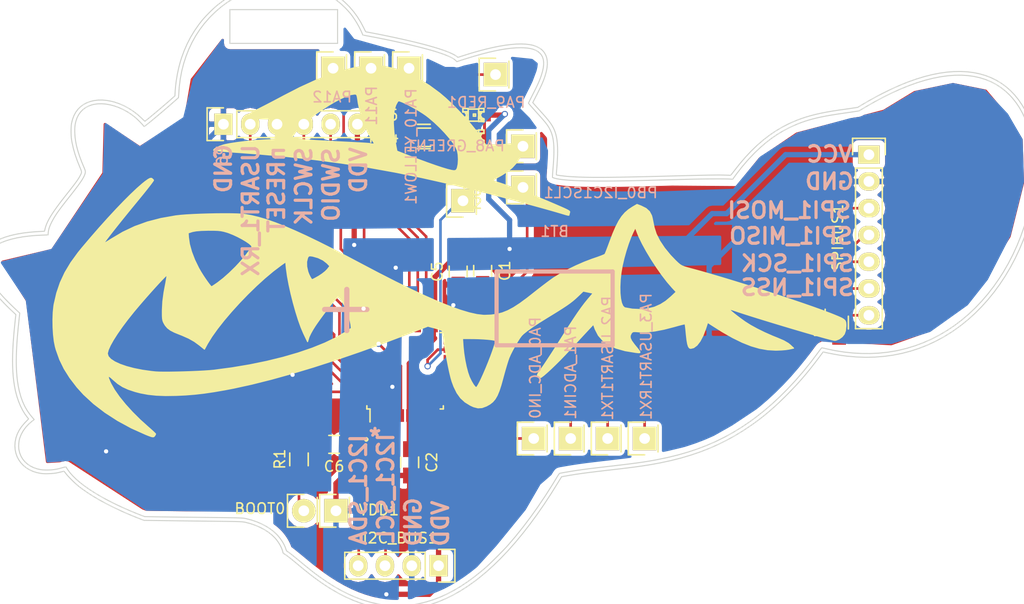
<source format=kicad_pcb>
(kicad_pcb (version 4) (host pcbnew "(2015-04-17 BZR 5609)-product")
  (layers (0 F.Cu signal hide) (31 B.Cu signal) (34 B.Paste user hide) (35 F.Paste user hide) (36 B.SilkS user) (37 F.SilkS user hide) (38 B.Mask user) (39 F.Mask user) (44 Edge.Cuts user))
  (net 0 "")
  (net 1 BOOT0)
  (net 2 VDD)
  (net 3 GND)
  (net 4 "Net-(D2-Pad2)")
  (net 5 "Net-(D3-Pad2)")
  (net 6 "Net-(D4-Pad2)")
  (net 7 PF1)
  (net 8 PF0)
  (net 9 PA5)
  (net 10 SPI1_MOSI)
  (net 11 PA4)
  (net 12 PA0)
  (net 13 PA1)
  (net 14 PA2)
  (net 15 PA3)
  (net 16 PA8)
  (net 17 PA9)
  (net 18 PA10)
  (net 19 PA11)
  (net 20 PA12)
  (net 21 PB0)
  (net 22 PB1)
  (net 23 PB3)
  (net 24 PB4)
  (net 25 PB6)
  (net 26 PB7)
  (net 27 PB5)
  (net 28 SWDIO)
  (net 29 nRESET)
  (net 30 "Net-(R12-Pad1)")
  (net 31 PA6)
  (net 32 USART1_RX)
  (net 33 PA13)
  (module Socket_Strips:Socket_Strip_Straight_1x01 (layer F.Cu) (at 138.2268 126.1872)
    (fp_text reference BOOT0 (at -4.1656 -0.2032) (layer F.SilkS))
    (fp_text value CONN_01X01)
    (pad 1 thru_hole circle (at 0 0) (size 2.2352 2.2352) (drill 1.016) (layers *.Cu *.Mask F.SilkS) (net 1 BOOT0))
  )
  (module Capacitors_SMD:C_0805_HandSoldering (layer F.Cu) (at 155.1813 103.4161 270)
    (fp_text reference C1 (at 0 -2.1 270) (layer F.SilkS))
    (fp_text value 1uF)
    (pad 1 smd rect (at -1.25 0 270) (size 1.5 1.25) (layers F.Cu F.Paste F.Mask) (net 2 VDD))
    (pad 2 smd rect (at 1.25 0 270) (size 1.5 1.25) (layers F.Cu F.Paste F.Mask) (net 3 GND))
  )
  (module Capacitors_SMD:C_0805_HandSoldering (layer F.Cu) (at 148.2598 121.5898 270)
    (fp_text reference C2 (at 0 -2.1 270) (layer F.SilkS))
    (fp_text value 100nF)
    (pad 1 smd rect (at -1.25 0 270) (size 1.5 1.25) (layers F.Cu F.Paste F.Mask) (net 2 VDD))
    (pad 2 smd rect (at 1.25 0 270) (size 1.5 1.25) (layers F.Cu F.Paste F.Mask) (net 3 GND))
  )
  (module Capacitors_SMD:C_0805_HandSoldering (layer F.Cu) (at 152.8572 103.4796 270)
    (fp_text reference C5 (at 0.0254 1.9812 270) (layer F.SilkS))
    (fp_text value 100nF)
    (pad 1 smd rect (at -1.25 0 270) (size 1.5 1.25) (layers F.Cu F.Paste F.Mask) (net 2 VDD))
    (pad 2 smd rect (at 1.25 0 270) (size 1.5 1.25) (layers F.Cu F.Paste F.Mask) (net 3 GND))
  )
  (module Capacitors_SMD:C_0805_HandSoldering (layer F.Cu) (at 141.097 119.888 180)
    (fp_text reference C6 (at 0 -2.0955 180) (layer F.SilkS))
    (fp_text value 100nF)
    (pad 1 smd rect (at -1.25 0 180) (size 1.5 1.25) (layers F.Cu F.Paste F.Mask) (net 2 VDD))
    (pad 2 smd rect (at 1.25 0 180) (size 1.5 1.25) (layers F.Cu F.Paste F.Mask) (net 3 GND))
  )
  (module LEDs:LED-0805 (layer F.Cu) (at 154.305 92.71 180)
    (fp_text reference D2 (at 0.127 -4.318 180) (layer F.SilkS))
    (fp_text value GREEN)
    (pad 2 smd rect (at 1.04902 0) (size 1.19888 1.19888) (layers F.Cu F.Paste F.Mask) (net 4 "Net-(D2-Pad2)"))
    (pad 1 smd rect (at -1.04902 0) (size 1.19888 1.19888) (layers F.Cu F.Paste F.Mask) (net 2 VDD))
  )
  (module LEDs:LED-0805 (layer F.Cu) (at 154.305 90.678 180)
    (fp_text reference D3 (at 0.127 -5.08 180) (layer F.SilkS))
    (fp_text value RED)
    (pad 2 smd rect (at 1.04902 0) (size 1.19888 1.19888) (layers F.Cu F.Paste F.Mask) (net 5 "Net-(D3-Pad2)"))
    (pad 1 smd rect (at -1.04902 0) (size 1.19888 1.19888) (layers F.Cu F.Paste F.Mask) (net 2 VDD))
  )
  (module LEDs:LED-0805 (layer F.Cu) (at 154.305 88.646 180)
    (fp_text reference D4 (at 0.127 -5.715 180) (layer F.SilkS))
    (fp_text value YELLOW)
    (pad 2 smd rect (at 1.04902 0) (size 1.19888 1.19888) (layers F.Cu F.Paste F.Mask) (net 6 "Net-(D4-Pad2)"))
    (pad 1 smd rect (at -1.04902 0) (size 1.19888 1.19888) (layers F.Cu F.Paste F.Mask) (net 2 VDD))
  )
  (module Socket_Strips:Socket_Strip_Straight_1x06 (layer F.Cu) (at 130.6068 89.5096)
    (fp_text reference P6 (at -0.1143 2.9464 90) (layer B.SilkS) (effects (justify mirror)))
    (fp_text value CONN_01X06)
    (pad 1 thru_hole rect (at 0 0) (size 1.7272 2.032) (drill 1.016) (layers *.Cu *.Mask F.SilkS) (net 3 GND))
    (pad 2 thru_hole oval (at 2.54 0) (size 1.7272 2.032) (drill 1.016) (layers *.Cu *.Mask F.SilkS) (net 32 USART1_RX))
    (pad 3 thru_hole oval (at 5.08 0) (size 1.7272 2.032) (drill 1.016) (layers *.Cu *.Mask F.SilkS) (net 29 nRESET))
    (pad 4 thru_hole oval (at 7.62 0) (size 1.7272 2.032) (drill 1.016) (layers *.Cu *.Mask F.SilkS) (net 28 SWDIO))
    (pad 5 thru_hole oval (at 10.16 0) (size 1.7272 2.032) (drill 1.016) (layers *.Cu *.Mask F.SilkS) (net 33 PA13))
    (pad 6 thru_hole oval (at 12.7 0) (size 1.7272 2.032) (drill 1.016) (layers *.Cu *.Mask F.SilkS) (net 2 VDD))
  )
  (module Socket_Strips:Socket_Strip_Straight_1x01 (layer F.Cu) (at 160.02 119.3292)
    (fp_text reference PA0_ADC_IN0 (at 0.1524 -6.7056 90) (layer B.SilkS) (effects (justify mirror)))
    (fp_text value CONN_01X01)
    (pad 1 thru_hole rect (at 0 0) (size 2.2352 2.2352) (drill 1.016) (layers *.Cu *.Mask F.SilkS) (net 12 PA0))
  )
  (module Socket_Strips:Socket_Strip_Straight_1x01 (layer F.Cu) (at 163.5252 119.3292)
    (fp_text reference PA1_ADCIN1 (at 0 -6.2484 90) (layer B.SilkS) (effects (justify mirror)))
    (fp_text value CONN_01X01)
    (pad 1 thru_hole rect (at 0 0) (size 2.2352 2.2352) (drill 1.016) (layers *.Cu *.Mask F.SilkS) (net 13 PA1))
  )
  (module Socket_Strips:Socket_Strip_Straight_1x01 (layer F.Cu) (at 167.0304 119.3292)
    (fp_text reference PA2_USART1TX1 (at 0 -7.62 90) (layer B.SilkS) (effects (justify mirror)))
    (fp_text value CONN_01X01)
    (pad 1 thru_hole rect (at 0 0) (size 2.2352 2.2352) (drill 1.016) (layers *.Cu *.Mask F.SilkS) (net 14 PA2))
  )
  (module Socket_Strips:Socket_Strip_Straight_1x01 (layer F.Cu) (at 170.5356 119.3292)
    (fp_text reference PA3_USART1RX1 (at 0.1524 -7.7724 90) (layer B.SilkS) (effects (justify mirror)))
    (fp_text value CONN_01X01)
    (pad 1 thru_hole rect (at 0 0) (size 2.2352 2.2352) (drill 1.016) (layers *.Cu *.Mask F.SilkS) (net 15 PA3))
  )
  (module Socket_Strips:Socket_Strip_Straight_1x01 (layer F.Cu) (at 159 91.6)
    (fp_text reference PA8_GREEN1 (at -6.4095 -0.033) (layer B.SilkS) (effects (justify mirror)))
    (fp_text value CONN_01X01)
    (pad 1 thru_hole rect (at 0 0) (size 2.2352 2.2352) (drill 1.016) (layers *.Cu *.Mask F.SilkS) (net 16 PA8))
  )
  (module Socket_Strips:Socket_Strip_Straight_1x01 (layer F.Cu) (at 156.4 84.8)
    (fp_text reference PA9_RED1 (at -0.8885 2.6395) (layer B.SilkS) (effects (justify mirror)))
    (fp_text value CONN_01X01)
    (pad 1 thru_hole rect (at 0 0) (size 2.2352 2.2352) (drill 1.016) (layers *.Cu *.Mask F.SilkS) (net 17 PA9))
  )
  (module Socket_Strips:Socket_Strip_Straight_1x01 (layer F.Cu) (at 148.2 84.2)
    (fp_text reference PA10_YELLOW1 (at 0.1995 7.4305 90) (layer B.SilkS) (effects (justify mirror)))
    (fp_text value CONN_01X01)
    (pad 1 thru_hole rect (at 0 0) (size 2.2352 2.2352) (drill 1.016) (layers *.Cu *.Mask F.SilkS) (net 18 PA10))
  )
  (module Socket_Strips:Socket_Strip_Straight_1x01 (layer F.Cu) (at 144.6 84.2)
    (fp_text reference PA11 (at 0.053 3.557 90) (layer B.SilkS) (effects (justify mirror)))
    (fp_text value CONN_01X01)
    (pad 1 thru_hole rect (at 0 0) (size 2.2352 2.2352) (drill 1.016) (layers *.Cu *.Mask F.SilkS) (net 19 PA11))
  )
  (module Socket_Strips:Socket_Strip_Straight_1x01 (layer F.Cu) (at 141 84.2)
    (fp_text reference PA12 (at -0.0935 2.7315 180) (layer B.SilkS) (effects (justify mirror)))
    (fp_text value CONN_01X01)
    (pad 1 thru_hole rect (at 0 0) (size 2.2352 2.2352) (drill 1.016) (layers *.Cu *.Mask F.SilkS) (net 20 PA12))
  )
  (module Socket_Strips:Socket_Strip_Straight_1x01 (layer F.Cu) (at 159.004 95.504)
    (fp_text reference PB0_I2C1SCL1 (at 7.366 0.508) (layer B.SilkS) (effects (justify mirror)))
    (fp_text value CONN_01X01)
    (pad 1 thru_hole rect (at 0 0) (size 2.2352 2.2352) (drill 1.016) (layers *.Cu *.Mask F.SilkS) (net 21 PB0))
  )
  (module Resistors_SMD:R_0805_HandSoldering (layer F.Cu) (at 188.976 108.331 270)
    (fp_text reference R12 (at 0 1.778 270) (layer F.SilkS))
    (fp_text value 100k)
    (pad 1 smd rect (at -1.35 0 270) (size 1.5 1.3) (layers F.Cu F.Paste F.Mask) (net 30 "Net-(R12-Pad1)"))
    (pad 2 smd rect (at 1.35 0 270) (size 1.5 1.3) (layers F.Cu F.Paste F.Mask) (net 3 GND))
  )
  (module Resistors_SMD:R_0805_HandSoldering (layer F.Cu) (at 149.606 92.71)
    (fp_text reference R13 (at -3.8735 -0.0635) (layer F.SilkS))
    (fp_text value 470)
    (pad 1 smd rect (at -1.35 0) (size 1.5 1.3) (layers F.Cu F.Paste F.Mask) (net 16 PA8))
    (pad 2 smd rect (at 1.35 0) (size 1.5 1.3) (layers F.Cu F.Paste F.Mask) (net 4 "Net-(D2-Pad2)"))
  )
  (module Resistors_SMD:R_0805_HandSoldering (layer F.Cu) (at 149.6441 90.7542)
    (fp_text reference R14 (at -3.8481 -0.0127) (layer F.SilkS))
    (fp_text value 470)
    (pad 1 smd rect (at -1.35 0) (size 1.5 1.3) (layers F.Cu F.Paste F.Mask) (net 17 PA9))
    (pad 2 smd rect (at 1.35 0) (size 1.5 1.3) (layers F.Cu F.Paste F.Mask) (net 5 "Net-(D3-Pad2)"))
  )
  (module Resistors_SMD:R_0805_HandSoldering (layer F.Cu) (at 149.606 88.646)
    (fp_text reference R15 (at -3.8735 0) (layer F.SilkS))
    (fp_text value 470)
    (pad 1 smd rect (at -1.35 0) (size 1.5 1.3) (layers F.Cu F.Paste F.Mask) (net 18 PA10))
    (pad 2 smd rect (at 1.35 0) (size 1.5 1.3) (layers F.Cu F.Paste F.Mask) (net 6 "Net-(D4-Pad2)"))
  )
  (module Housings_QFP:LQFP-32_7x7mm_Pitch0.8mm (layer F.Cu) (at 147.828 112.903 90)
    (fp_text reference U3 (at 5.9055 -4.2545 360) (layer F.SilkS))
    (fp_text value STM32F030K6T6)
    (pad 1 smd rect (at -4.25 -2.8 90) (size 1.2 0.6) (layers F.Cu F.Paste F.Mask) (net 2 VDD))
    (pad 2 smd rect (at -4.25 -2 90) (size 1.2 0.6) (layers F.Cu F.Paste F.Mask) (net 8 PF0))
    (pad 3 smd rect (at -4.25 -1.2 90) (size 1.2 0.6) (layers F.Cu F.Paste F.Mask) (net 7 PF1))
    (pad 4 smd rect (at -4.25 -0.4 90) (size 1.2 0.6) (layers F.Cu F.Paste F.Mask) (net 29 nRESET))
    (pad 5 smd rect (at -4.25 0.4 90) (size 1.2 0.6) (layers F.Cu F.Paste F.Mask) (net 2 VDD))
    (pad 6 smd rect (at -4.25 1.2 90) (size 1.2 0.6) (layers F.Cu F.Paste F.Mask) (net 12 PA0))
    (pad 7 smd rect (at -4.25 2 90) (size 1.2 0.6) (layers F.Cu F.Paste F.Mask) (net 13 PA1))
    (pad 8 smd rect (at -4.25 2.8 90) (size 1.2 0.6) (layers F.Cu F.Paste F.Mask) (net 14 PA2))
    (pad 9 smd rect (at -2.8 4.25 180) (size 1.2 0.6) (layers F.Cu F.Paste F.Mask) (net 15 PA3))
    (pad 10 smd rect (at -2 4.25 180) (size 1.2 0.6) (layers F.Cu F.Paste F.Mask) (net 11 PA4))
    (pad 11 smd rect (at -1.2 4.25 180) (size 1.2 0.6) (layers F.Cu F.Paste F.Mask) (net 9 PA5))
    (pad 12 smd rect (at -0.4 4.25 180) (size 1.2 0.6) (layers F.Cu F.Paste F.Mask) (net 31 PA6))
    (pad 13 smd rect (at 0.4 4.25 180) (size 1.2 0.6) (layers F.Cu F.Paste F.Mask) (net 10 SPI1_MOSI))
    (pad 14 smd rect (at 1.2 4.25 180) (size 1.2 0.6) (layers F.Cu F.Paste F.Mask) (net 21 PB0))
    (pad 15 smd rect (at 2 4.25 180) (size 1.2 0.6) (layers F.Cu F.Paste F.Mask) (net 22 PB1))
    (pad 16 smd rect (at 2.8 4.25 180) (size 1.2 0.6) (layers F.Cu F.Paste F.Mask) (net 3 GND))
    (pad 17 smd rect (at 4.25 2.8 90) (size 1.2 0.6) (layers F.Cu F.Paste F.Mask) (net 2 VDD))
    (pad 18 smd rect (at 4.25 2 90) (size 1.2 0.6) (layers F.Cu F.Paste F.Mask) (net 16 PA8))
    (pad 19 smd rect (at 4.25 1.2 90) (size 1.2 0.6) (layers F.Cu F.Paste F.Mask) (net 17 PA9))
    (pad 20 smd rect (at 4.25 0.4 90) (size 1.2 0.6) (layers F.Cu F.Paste F.Mask) (net 18 PA10))
    (pad 21 smd rect (at 4.25 -0.4 90) (size 1.2 0.6) (layers F.Cu F.Paste F.Mask) (net 19 PA11))
    (pad 22 smd rect (at 4.25 -1.2 90) (size 1.2 0.6) (layers F.Cu F.Paste F.Mask) (net 20 PA12))
    (pad 23 smd rect (at 4.25 -2 90) (size 1.2 0.6) (layers F.Cu F.Paste F.Mask) (net 33 PA13))
    (pad 24 smd rect (at 4.25 -2.8 90) (size 1.2 0.6) (layers F.Cu F.Paste F.Mask) (net 28 SWDIO))
    (pad 25 smd rect (at 2.8 -4.25 180) (size 1.2 0.6) (layers F.Cu F.Paste F.Mask) (net 32 USART1_RX))
    (pad 26 smd rect (at 2 -4.25 180) (size 1.2 0.6) (layers F.Cu F.Paste F.Mask) (net 23 PB3))
    (pad 27 smd rect (at 1.2 -4.25 180) (size 1.2 0.6) (layers F.Cu F.Paste F.Mask) (net 24 PB4))
    (pad 28 smd rect (at 0.4 -4.25 180) (size 1.2 0.6) (layers F.Cu F.Paste F.Mask) (net 27 PB5))
    (pad 29 smd rect (at -0.4 -4.25 180) (size 1.2 0.6) (layers F.Cu F.Paste F.Mask) (net 25 PB6))
    (pad 30 smd rect (at -1.2 -4.25 180) (size 1.2 0.6) (layers F.Cu F.Paste F.Mask) (net 26 PB7))
    (pad 31 smd rect (at -2 -4.25 180) (size 1.2 0.6) (layers F.Cu F.Paste F.Mask) (net 1 BOOT0))
    (pad 32 smd rect (at -2.8 -4.25 180) (size 1.2 0.6) (layers F.Cu F.Paste F.Mask) (net 3 GND))
  )
  (module Pin_Headers:Pin_Header_Straight_1x04 (layer F.Cu) (at 151 131.4 270)
    (fp_text reference I2C_BUS1 (at -2.622 3.6292 360) (layer F.SilkS))
    (fp_text value CONN_01X04)
    (pad 1 thru_hole rect (at 0 0 270) (size 2.032 1.7272) (drill 1.016) (layers *.Cu *.Mask F.SilkS) (net 2 VDD))
    (pad 2 thru_hole oval (at 0 2.54 270) (size 2.032 1.7272) (drill 1.016) (layers *.Cu *.Mask F.SilkS) (net 3 GND))
    (pad 3 thru_hole oval (at 0 5.08 270) (size 2.032 1.7272) (drill 1.016) (layers *.Cu *.Mask F.SilkS) (net 7 PF1))
    (pad 4 thru_hole oval (at 0 7.62 270) (size 2.032 1.7272) (drill 1.016) (layers *.Cu *.Mask F.SilkS) (net 8 PF0))
  )
  (module Resistors_SMD:R_0805_HandSoldering (layer F.Cu) (at 137.7696 121.3104 270)
    (fp_text reference R1 (at -0.0254 1.8161 270) (layer F.SilkS))
    (fp_text value 100k)
    (pad 1 smd rect (at -1.35 0 270) (size 1.5 1.3) (layers F.Cu F.Paste F.Mask) (net 3 GND))
    (pad 2 smd rect (at 1.35 0 270) (size 1.5 1.3) (layers F.Cu F.Paste F.Mask) (net 1 BOOT0))
  )
  (module Socket_Strips:Socket_Strip_Straight_1x01 (layer F.Cu) (at 141.2748 126.1872)
    (fp_text reference VDD1 (at 4.0767 -0.0762) (layer F.SilkS))
    (fp_text value VDD)
    (pad 1 thru_hole rect (at 0 0) (size 2.2352 2.2352) (drill 1.016) (layers *.Cu *.Mask F.SilkS) (net 2 VDD))
  )
  (module Pin_Headers:Pin_Header_Straight_1x07 (layer F.Cu) (at 191.8 92.4)
    (fp_text reference SPIBUS1 (at -2.951 7.8665 90) (layer F.SilkS))
    (fp_text value CONN_01X07)
    (pad 1 thru_hole rect (at 0 0) (size 2.032 1.7272) (drill 1.016) (layers *.Cu *.Mask F.SilkS) (net 2 VDD))
    (pad 2 thru_hole oval (at 0 2.54) (size 2.032 1.7272) (drill 1.016) (layers *.Cu *.Mask F.SilkS) (net 3 GND))
    (pad 3 thru_hole oval (at 0 5.08) (size 2.032 1.7272) (drill 1.016) (layers *.Cu *.Mask F.SilkS) (net 10 SPI1_MOSI))
    (pad 4 thru_hole oval (at 0 7.62) (size 2.032 1.7272) (drill 1.016) (layers *.Cu *.Mask F.SilkS) (net 31 PA6))
    (pad 5 thru_hole oval (at 0 10.16) (size 2.032 1.7272) (drill 1.016) (layers *.Cu *.Mask F.SilkS) (net 9 PA5))
    (pad 6 thru_hole oval (at 0 12.7) (size 2.032 1.7272) (drill 1.016) (layers *.Cu *.Mask F.SilkS) (net 11 PA4))
    (pad 7 thru_hole oval (at 0 15.24) (size 2.032 1.7272) (drill 1.016) (layers *.Cu *.Mask F.SilkS) (net 30 "Net-(R12-Pad1)"))
  )
  (module RuxconBadge2015:outline (layer Edge.Cuts) (at 156.6 103.2)
    (fp_text reference "" (at 0 0) (layer F.SilkS))
    (fp_text value "" (at 0 0) (layer F.SilkS))
    (fp_poly (pts (xy 51.197553 -9.436796) (xy 51.17107 -8.662638) (xy 51.107832 -7.875315) (xy 51.007824 -7.077286) (xy 50.87103 -6.271008) (xy 50.840671 -6.128992) (xy 50.840671 -9.876287) (xy 50.835065 -10.221654) (xy 50.822174 -10.535385) (xy 50.804359 -10.780381) (xy 50.716439 -11.531497) (xy 50.594633 -12.244773) (xy 50.438896 -12.920325) (xy 50.249182 -13.558269) (xy 50.025444 -14.158722) (xy 49.767636 -14.7218) (xy 49.475712 -15.247619) (xy 49.149626 -15.736296) (xy 48.789332 -16.187947) (xy 48.563369 -16.434333) (xy 48.157618 -16.819142) (xy 47.725086 -17.160901) (xy 47.266166 -17.459543) (xy 46.781253 -17.714997) (xy 46.27074 -17.927195) (xy 45.735022 -18.096067) (xy 45.174494 -18.221544) (xy 44.589548 -18.303557) (xy 43.98058 -18.342038) (xy 43.347983 -18.336916) (xy 42.692152 -18.288124) (xy 42.01348 -18.195591) (xy 41.312362 -18.059249) (xy 40.589192 -17.879029) (xy 40.486636 -17.850413) (xy 39.755777 -17.624814) (xy 39.002502 -17.35495) (xy 38.228239 -17.041469) (xy 37.434416 -16.685021) (xy 36.622461 -16.286253) (xy 35.793802 -15.845815) (xy 34.949868 -15.364356) (xy 34.743731 -15.241889) (xy 34.260535 -14.95262) (xy 33.917405 -14.899147) (xy 33.803055 -14.881688) (xy 33.64827 -14.858587) (xy 33.462969 -14.831297) (xy 33.257071 -14.801269) (xy 33.040496 -14.769954) (xy 32.823162 -14.738804) (xy 32.773373 -14.731711) (xy 32.189569 -14.645509) (xy 31.65178 -14.559191) (xy 31.155182 -14.471468) (xy 30.694952 -14.381047) (xy 30.266269 -14.286639) (xy 29.864308 -14.186953) (xy 29.484248 -14.080697) (xy 29.121265 -13.966581) (xy 28.770537 -13.843314) (xy 28.42724 -13.709606) (xy 28.086552 -13.564166) (xy 27.74365 -13.405703) (xy 27.65015 -13.360561) (xy 27.069213 -13.056595) (xy 26.50798 -12.719322) (xy 25.961758 -12.345309) (xy 25.425853 -11.931125) (xy 24.895572 -11.473337) (xy 24.36622 -10.968513) (xy 24.332132 -10.934391) (xy 23.736055 -10.304808) (xy 23.167541 -9.641641) (xy 22.636557 -8.956688) (xy 22.488789 -8.752536) (xy 22.285385 -8.466918) (xy 22.031131 -8.485862) (xy 21.934589 -8.490742) (xy 21.792428 -8.494669) (xy 21.60987 -8.497665) (xy 21.392138 -8.499754) (xy 21.144454 -8.500958) (xy 20.87204 -8.501299) (xy 20.58012 -8.5008) (xy 20.273914 -8.499483) (xy 19.958647 -8.497371) (xy 19.63954 -8.494487) (xy 19.321815 -8.490852) (xy 19.010695 -8.48649) (xy 18.711403 -8.481423) (xy 18.429161 -8.475673) (xy 18.16919 -8.469264) (xy 18.166466 -8.469189) (xy 17.886038 -8.461569) (xy 17.574199 -8.453159) (xy 17.245587 -8.444351) (xy 16.914836 -8.435534) (xy 16.596581 -8.4271) (xy 16.305457 -8.419438) (xy 16.145145 -8.415251) (xy 15.872186 -8.408127) (xy 15.567714 -8.400141) (xy 15.246962 -8.391698) (xy 14.925161 -8.383198) (xy 14.617543 -8.375043) (xy 14.33934 -8.367636) (xy 14.238238 -8.364933) (xy 13.324653 -8.342095) (xy 12.46133 -8.323861) (xy 11.64789 -8.31024) (xy 10.883954 -8.301242) (xy 10.16914 -8.296876) (xy 9.503068 -8.297151) (xy 8.88536 -8.302078) (xy 8.315634 -8.311666) (xy 7.793511 -8.325924) (xy 7.318611 -8.344863) (xy 6.890554 -8.36849) (xy 6.508959 -8.396817) (xy 6.173447 -8.429853) (xy 5.883638 -8.467606) (xy 5.639151 -8.510088) (xy 5.439607 -8.557307) (xy 5.339339 -8.588599) (xy 5.199499 -8.63756) (xy 5.202378 -8.800011) (xy 5.205543 -8.878294) (xy 5.212556 -8.995563) (xy 5.222611 -9.140168) (xy 5.234905 -9.300456) (xy 5.246963 -9.445546) (xy 5.28711 -9.951969) (xy 5.315751 -10.412441) (xy 5.332612 -10.830608) (xy 5.337418 -11.210115) (xy 5.329896 -11.554605) (xy 5.309772 -11.867725) (xy 5.276772 -12.153118) (xy 5.230622 -12.41443) (xy 5.171048 -12.655305) (xy 5.097776 -12.879387) (xy 5.010533 -13.090322) (xy 4.966062 -13.183084) (xy 4.902802 -13.304127) (xy 4.834893 -13.421862) (xy 4.758662 -13.541053) (xy 4.670434 -13.666464) (xy 4.566533 -13.802859) (xy 4.443287 -13.955002) (xy 4.297019 -14.127656) (xy 4.124057 -14.325585) (xy 3.920724 -14.553554) (xy 3.838851 -14.644483) (xy 3.616472 -14.891436) (xy 3.427397 -15.102449) (xy 3.270405 -15.27892) (xy 3.144278 -15.422246) (xy 3.047796 -15.533824) (xy 2.97974 -15.615051) (xy 2.93889 -15.667325) (xy 2.924028 -15.692042) (xy 2.923924 -15.692981) (xy 2.935075 -15.719721) (xy 2.966755 -15.786352) (xy 3.016301 -15.88751) (xy 3.081051 -16.017829) (xy 3.158343 -16.171945) (xy 3.245516 -16.344495) (xy 3.318247 -16.487624) (xy 3.476679 -16.800857) (xy 3.613035 -17.075649) (xy 3.730011 -17.317966) (xy 3.830305 -17.533775) (xy 3.916612 -17.729044) (xy 3.991628 -17.90974) (xy 4.058051 -18.081829) (xy 4.118576 -18.25128) (xy 4.129106 -18.282121) (xy 4.243865 -18.659134) (xy 4.320892 -19.003262) (xy 4.360114 -19.315788) (xy 4.361458 -19.597997) (xy 4.32485 -19.851174) (xy 4.250216 -20.076604) (xy 4.137484 -20.275571) (xy 4.006331 -20.430166) (xy 3.831292 -20.577403) (xy 3.627062 -20.698871) (xy 3.390645 -20.795419) (xy 3.119047 -20.867897) (xy 2.809271 -20.917155) (xy 2.458323 -20.944043) (xy 2.173874 -20.950033) (xy 1.743943 -20.938161) (xy 1.282283 -20.901394) (xy 0.787584 -20.839457) (xy 0.258536 -20.752076) (xy -0.306173 -20.638978) (xy -0.907852 -20.499887) (xy -1.547812 -20.33453) (xy -2.227363 -20.142633) (xy -2.947815 -19.923921) (xy -3.365528 -19.790952) (xy -3.870695 -19.627652) (xy -3.997064 -19.756031) (xy -4.113097 -19.852429) (xy -4.277234 -19.955579) (xy -4.487311 -20.06455) (xy -4.741165 -20.178409) (xy -5.036633 -20.296223) (xy -5.37155 -20.417061) (xy -5.743755 -20.53999) (xy -6.0004 -20.619291) (xy -6.424084 -20.742548) (xy -6.893378 -20.870927) (xy -7.403425 -21.003321) (xy -7.949367 -21.138628) (xy -8.526346 -21.275743) (xy -9.129505 -21.413562) (xy -9.753985 -21.55098) (xy -10.394928 -21.686893) (xy -11.047478 -21.820198) (xy -11.706775 -21.949789) (xy -12.367963 -22.074563) (xy -12.547447 -22.107515) (xy -12.776276 -22.14927) (xy -12.874868 -22.382593) (xy -13.015108 -22.687629) (xy -13.184798 -23.012553) (xy -13.375533 -23.343302) (xy -13.578905 -23.665815) (xy -13.786508 -23.966027) (xy -13.949098 -24.17958) (xy -14.027624 -24.273364) (xy -14.131453 -24.391172) (xy -14.249852 -24.52115) (xy -14.372091 -24.651443) (xy -14.440784 -24.722755) (xy -14.885694 -25.143795) (xy -15.35855 -25.522361) (xy -15.85936 -25.858459) (xy -16.388132 -26.152091) (xy -16.944873 -26.403262) (xy -17.529592 -26.611975) (xy -18.142297 -26.778234) (xy -18.782994 -26.902043) (xy -19.069971 -26.942593) (xy -19.265868 -26.961752) (xy -19.50033 -26.975669) (xy -19.761342 -26.984353) (xy -20.03689 -26.987811) (xy -20.31496 -26.98605) (xy -20.583538 -26.979077) (xy -20.830609 -26.9669) (xy -21.044158 -26.949527) (xy -21.115816 -26.941337) (xy -21.794229 -26.835892) (xy -22.442529 -26.693896) (xy -23.068153 -26.51309) (xy -23.678536 -26.291214) (xy -24.281112 -26.026011) (xy -24.524711 -25.90572) (xy -25.107271 -25.584976) (xy -25.661167 -25.229686) (xy -26.191187 -24.836217) (xy -26.702118 -24.400936) (xy -27.198747 -23.920209) (xy -27.351793 -23.760061) (xy -27.810338 -23.234738) (xy -28.232525 -22.675303) (xy -28.617328 -22.084212) (xy -28.96372 -21.463923) (xy -29.270677 -20.816894) (xy -29.537174 -20.145582) (xy -29.762183 -19.452445) (xy -29.944681 -18.739939) (xy -30.08364 -18.010522) (xy -30.178036 -17.266653) (xy -30.20619 -16.920621) (xy -30.2166 -16.767903) (xy -30.226967 -16.620001) (xy -30.236339 -16.490209) (xy -30.243764 -16.391824) (xy -30.246237 -16.361096) (xy -30.258978 -16.208378) (xy -30.454664 -16.033259) (xy -30.654681 -15.855386) (xy -30.868599 -15.667188) (xy -31.093133 -15.471417) (xy -31.324996 -15.270822) (xy -31.560903 -15.068155) (xy -31.797568 -14.866165) (xy -32.031706 -14.667604) (xy -32.260031 -14.475221) (xy -32.479258 -14.291767) (xy -32.6861 -14.119993) (xy -32.877272 -13.962649) (xy -33.049489 -13.822486) (xy -33.199465 -13.702253) (xy -33.323914 -13.604703) (xy -33.41955 -13.532585) (xy -33.483089 -13.488649) (xy -33.510103 -13.475476) (xy -33.536795 -13.49458) (xy -33.572961 -13.540606) (xy -33.573483 -13.5414) (xy -33.615911 -13.595692) (xy -33.688143 -13.677101) (xy -33.782747 -13.778114) (xy -33.892292 -13.891217) (xy -34.009346 -14.008897) (xy -34.126478 -14.123639) (xy -34.236255 -14.227931) (xy -34.331246 -14.314259) (xy -34.375175 -14.351924) (xy -34.741876 -14.632465) (xy -35.126229 -14.881216) (xy -35.523706 -15.096867) (xy -35.929776 -15.278109) (xy -36.339912 -15.423631) (xy -36.749582 -15.532122) (xy -37.154259 -15.602272) (xy -37.549413 -15.632771) (xy -37.930514 -15.622308) (xy -38.293034 -15.569573) (xy -38.451043 -15.531109) (xy -38.772131 -15.417741) (xy -39.061661 -15.264878) (xy -39.318236 -15.073969) (xy -39.540459 -14.846463) (xy -39.726931 -14.583806) (xy -39.876255 -14.287447) (xy -39.987033 -13.958834) (xy -39.993697 -13.933134) (xy -40.042287 -13.711396) (xy -40.073905 -13.489172) (xy -40.089814 -13.252162) (xy -40.091277 -12.986065) (xy -40.087996 -12.865266) (xy -40.058917 -12.452122) (xy -39.999532 -12.027321) (xy -39.908776 -11.586833) (xy -39.785586 -11.126627) (xy -39.628897 -10.642673) (xy -39.437645 -10.130941) (xy -39.240644 -9.656141) (xy -39.172421 -9.494717) (xy -39.124645 -9.369014) (xy -39.095764 -9.268907) (xy -39.084227 -9.184271) (xy -39.08848 -9.10498) (xy -39.106971 -9.020911) (xy -39.131244 -8.942592) (xy -39.171932 -8.834249) (xy -39.226194 -8.715983) (xy -39.295988 -8.584946) (xy -39.383275 -8.43829) (xy -39.490014 -8.273166) (xy -39.618163 -8.086727) (xy -39.769683 -7.876123) (xy -39.946533 -7.638507) (xy -40.150672 -7.37103) (xy -40.38406 -7.070843) (xy -40.648656 -6.735099) (xy -40.657298 -6.724194) (xy -40.912612 -6.400433) (xy -41.137864 -6.111017) (xy -41.336044 -5.851648) (xy -41.510144 -5.618026) (xy -41.663153 -5.405852) (xy -41.798062 -5.210829) (xy -41.917861 -5.028656) (xy -42.025541 -4.855036) (xy -42.124093 -4.685669) (xy -42.216506 -4.516257) (xy -42.283939 -4.385886) (xy -42.399388 -4.14483) (xy -42.485894 -3.932044) (xy -42.546956 -3.736635) (xy -42.586068 -3.547713) (xy -42.604388 -3.38776) (xy -42.619959 -3.185842) (xy -43.131351 -3.16837) (xy -43.80476 -3.133874) (xy -44.43919 -3.077863) (xy -45.033647 -3.000567) (xy -45.587137 -2.902218) (xy -46.098665 -2.783045) (xy -46.567236 -2.643278) (xy -46.991857 -2.483148) (xy -47.371533 -2.302885) (xy -47.690669 -2.112543) (xy -47.900932 -1.954445) (xy -48.094045 -1.775416) (xy -48.260694 -1.585443) (xy -48.391566 -1.394515) (xy -48.434355 -1.314951) (xy -48.52036 -1.119335) (xy -48.575649 -0.939518) (xy -48.605053 -0.754936) (xy -48.613413 -0.552946) (xy -48.593523 -0.253964) (xy -48.533178 0.054198) (xy -48.431365 0.374229) (xy -48.287073 0.708818) (xy -48.099288 1.060652) (xy -47.866999 1.432419) (xy -47.864255 1.436536) (xy -47.696241 1.680632) (xy -47.520042 1.920422) (xy -47.332032 2.159902) (xy -47.128583 2.403071) (xy -46.906067 2.653926) (xy -46.660858 2.916464) (xy -46.389329 3.194683) (xy -46.087852 3.492579) (xy -45.752799 3.814151) (xy -45.440654 4.10745) (xy -45.302917 4.235822) (xy -45.380871 4.946489) (xy -45.45856 5.695256) (xy -45.522088 6.397972) (xy -45.571436 7.057431) (xy -45.606583 7.676429) (xy -45.627509 8.25776) (xy -45.634194 8.804219) (xy -45.626617 9.3186) (xy -45.604758 9.803698) (xy -45.568597 10.262308) (xy -45.518113 10.697224) (xy -45.453286 11.111241) (xy -45.374096 11.507154) (xy -45.33183 11.688096) (xy -45.192488 12.186335) (xy -45.026514 12.645812) (xy -44.830645 13.072928) (xy -44.601622 13.474081) (xy -44.33618 13.855673) (xy -44.050368 14.202453) (xy -43.935419 14.331933) (xy -44.139231 14.489916) (xy -44.455112 14.762829) (xy -44.73071 15.059703) (xy -44.963814 15.377422) (xy -45.152211 15.712868) (xy -45.293687 16.062923) (xy -45.323067 16.157857) (xy -45.368787 16.363838) (xy -45.397621 16.59731) (xy -45.408298 16.837587) (xy -45.399546 17.063983) (xy -45.385726 17.17673) (xy -45.308744 17.502618) (xy -45.187965 17.804624) (xy -45.025451 18.080833) (xy -44.823263 18.329331) (xy -44.583463 18.548207) (xy -44.308114 18.735545) (xy -43.999279 18.889434) (xy -43.659018 19.007959) (xy -43.332297 19.082002) (xy -43.180915 19.100979) (xy -42.993417 19.113063) (xy -42.784071 19.118246) (xy -42.567144 19.116517) (xy -42.356904 19.107868) (xy -42.167618 19.092289) (xy -42.091607 19.082806) (xy -41.943547 19.060848) (xy -41.817583 19.039488) (xy -41.699527 19.015605) (xy -41.575192 18.986075) (xy -41.430391 18.947777) (xy -41.254345 18.898555) (xy -41.102999 18.857883) (xy -40.995227 18.833986) (xy -40.932542 18.827157) (xy -40.916088 18.833216) (xy -40.898814 18.864931) (xy -40.859461 18.928659) (xy -40.804398 19.014271) (xy -40.757193 19.085892) (xy -40.536472 19.383535) (xy -40.266874 19.687424) (xy -39.949841 19.996494) (xy -39.586818 20.309677) (xy -39.179249 20.625905) (xy -38.728578 20.944113) (xy -38.236249 21.263233) (xy -37.703705 21.582197) (xy -37.132391 21.89994) (xy -36.523751 22.215393) (xy -36.518598 22.217974) (xy -36.125959 22.409708) (xy -35.700483 22.608834) (xy -35.256942 22.808829) (xy -34.810108 23.003169) (xy -34.374754 23.185333) (xy -33.965652 23.348797) (xy -33.900456 23.373996) (xy -33.466065 23.540996) (xy -32.642992 23.556042) (xy -32.512561 23.558237) (xy -32.335355 23.560923) (xy -32.115448 23.564049) (xy -31.856912 23.567565) (xy -31.563822 23.571418) (xy -31.240251 23.575559) (xy -30.890272 23.579936) (xy -30.517958 23.584499) (xy -30.127382 23.589195) (xy -29.722619 23.593974) (xy -29.307741 23.598786) (xy -28.886821 23.603578) (xy -28.527327 23.607599) (xy -27.977263 23.613711) (xy -27.475602 23.619338) (xy -27.019901 23.624547) (xy -26.607715 23.629407) (xy -26.2366 23.633986) (xy -25.904111 23.63835) (xy -25.607805 23.642567) (xy -25.345237 23.646705) (xy -25.113964 23.650833) (xy -24.91154 23.655016) (xy -24.735521 23.659324) (xy -24.583464 23.663823) (xy -24.452924 23.668581) (xy -24.341456 23.673667) (xy -24.246617 23.679147) (xy -24.165963 23.68509) (xy -24.097049 23.691563) (xy -24.03743 23.698633) (xy -23.984664 23.706368) (xy -23.936304 23.714837) (xy -23.889908 23.724106) (xy -23.843031 23.734244) (xy -23.827462 23.737697) (xy -23.330831 23.867012) (xy -22.854905 24.02853) (xy -22.403829 24.219985) (xy -21.981745 24.439113) (xy -21.592796 24.683648) (xy -21.241124 24.951326) (xy -20.930874 25.23988) (xy -20.783238 25.402156) (xy -20.589101 25.647843) (xy -20.414338 25.905811) (xy -20.264858 26.165845) (xy -20.146574 26.41773) (xy -20.070096 26.634499) (xy -20.037459 26.731697) (xy -20.002375 26.793142) (xy -19.956008 26.83353) (xy -19.947224 26.838861) (xy -19.89243 26.872736) (xy -19.827337 26.916877) (xy -19.748707 26.973842) (xy -19.653301 27.046189) (xy -19.537881 27.136475) (xy -19.399208 27.247257) (xy -19.234045 27.381093) (xy -19.039154 27.540541) (xy -18.811295 27.728157) (xy -18.598699 27.90389) (xy -18.312259 28.14015) (xy -18.05802 28.347945) (xy -17.829785 28.532152) (xy -17.621361 28.697646) (xy -17.426551 28.849304) (xy -17.23916 28.992001) (xy -17.052994 29.130614) (xy -16.876008 29.259786) (xy -16.16934 29.749508) (xy -15.470777 30.18982) (xy -14.778972 30.581276) (xy -14.092577 30.92443) (xy -13.410244 31.219836) (xy -12.730627 31.468048) (xy -12.052378 31.669622) (xy -11.37415 31.825111) (xy -10.694595 31.935069) (xy -10.259159 31.981736) (xy -10.077286 31.993521) (xy -9.859116 32.001508) (xy -9.619063 32.005676) (xy -9.37154 32.006006) (xy -9.130961 32.002478) (xy -8.911739 31.995074) (xy -8.728662 31.983803) (xy -8.058661 31.907566) (xy -7.396698 31.789429) (xy -6.741135 31.628617) (xy -6.090334 31.424359) (xy -5.442657 31.175882) (xy -4.796466 30.882411) (xy -4.150123 30.543175) (xy -3.501989 30.1574) (xy -2.850426 29.724314) (xy -2.193796 29.243142) (xy -1.53046 28.713113) (xy -1.194995 28.42887) (xy -1.064123 28.312449) (xy -0.90444 28.164755) (xy -0.721853 27.991673) (xy -0.52227 27.799084) (xy -0.311598 27.592871) (xy -0.095744 27.378917) (xy 0.119385 27.163104) (xy 0.327882 26.951315) (xy 0.523839 26.749433) (xy 0.701349 26.56334) (xy 0.854506 26.398919) (xy 0.952916 26.289889) (xy 1.683233 25.436934) (xy 2.407323 24.535083) (xy 3.123955 23.586046) (xy 3.831903 22.591529) (xy 4.529939 21.553244) (xy 5.216834 20.472897) (xy 5.671944 19.723476) (xy 5.737184 19.618067) (xy 5.796467 19.529572) (xy 5.843526 19.466865) (xy 5.872095 19.438822) (xy 5.873252 19.438382) (xy 5.923493 19.426641) (xy 6.016325 19.408173) (xy 6.144131 19.384298) (xy 6.299293 19.356337) (xy 6.474192 19.325609) (xy 6.661211 19.293433) (xy 6.85273 19.26113) (xy 7.041132 19.230018) (xy 7.218799 19.201418) (xy 7.378112 19.176649) (xy 7.424224 19.169711) (xy 7.606301 19.142716) (xy 7.775502 19.117985) (xy 7.936907 19.094874) (xy 8.095595 19.07274) (xy 8.256645 19.050941) (xy 8.425137 19.028834) (xy 8.606151 19.005776) (xy 8.804766 18.981125) (xy 9.02606 18.954237) (xy 9.275115 18.924471) (xy 9.557009 18.891182) (xy 9.876821 18.853729) (xy 10.239632 18.811469) (xy 10.431179 18.789214) (xy 10.946337 18.729127) (xy 11.415064 18.673829) (xy 11.8415 18.622746) (xy 12.229781 18.575303) (xy 12.584045 18.530927) (xy 12.908431 18.489043) (xy 13.207074 18.449077) (xy 13.484114 18.410454) (xy 13.743687 18.3726) (xy 13.989931 18.334941) (xy 14.226985 18.296902) (xy 14.458984 18.25791) (xy 14.690068 18.21739) (xy 14.924373 18.174767) (xy 15.115415 18.139053) (xy 16.133521 17.928419) (xy 17.11257 17.688011) (xy 18.055655 17.416508) (xy 18.965864 17.112588) (xy 19.846286 16.774931) (xy 20.700013 16.402217) (xy 21.530133 15.993125) (xy 22.339737 15.546333) (xy 23.131913 15.060521) (xy 23.909752 14.534369) (xy 24.421121 14.161101) (xy 25.206298 13.543798) (xy 25.983589 12.878309) (xy 26.750735 12.166986) (xy 27.505478 11.412182) (xy 28.245556 10.616249) (xy 28.968713 9.781539) (xy 29.672688 8.910405) (xy 30.355222 8.0052) (xy 30.424237 7.910091) (xy 30.513636 7.788975) (xy 30.59494 7.683552) (xy 30.662845 7.600326) (xy 30.712047 7.545802) (xy 30.737063 7.526482) (xy 30.773442 7.531942) (xy 30.849558 7.547347) (xy 30.955741 7.570611) (xy 31.082321 7.59965) (xy 31.14387 7.614168) (xy 31.982461 7.791297) (xy 32.825393 7.925331) (xy 33.66852 8.01617) (xy 34.507694 8.063715) (xy 35.338767 8.067865) (xy 36.157594 8.028522) (xy 36.960026 7.945586) (xy 37.741915 7.818956) (xy 37.947447 7.777581) (xy 38.76754 7.579705) (xy 39.570869 7.334183) (xy 40.356537 7.041682) (xy 41.123649 6.702867) (xy 41.871309 6.318406) (xy 42.59862 5.888963) (xy 43.304686 5.415204) (xy 43.988612 4.897797) (xy 44.6495 4.337407) (xy 45.286455 3.7347) (xy 45.898581 3.090342) (xy 46.484982 2.405) (xy 47.044761 1.679339) (xy 47.577022 0.914025) (xy 47.932209 0.355955) (xy 48.413318 -0.474528) (xy 48.8557 -1.333089) (xy 49.257865 -2.21545) (xy 49.618324 -3.11733) (xy 49.935586 -4.034452) (xy 50.208162 -4.962535) (xy 50.434563 -5.897302) (xy 50.613297 -6.834473) (xy 50.733898 -7.691192) (xy 50.767285 -8.019574) (xy 50.794736 -8.375408) (xy 50.816024 -8.748843) (xy 50.830926 -9.130033) (xy 50.839216 -9.509131) (xy 50.840671 -9.876287) (xy 50.840671 -6.128992) (xy 50.697434 -5.458941) (xy 50.487021 -4.643542) (xy 50.239774 -3.82727) (xy 50.160022 -3.587319) (xy 49.827286 -2.675644) (xy 49.455891 -1.787392) (xy 49.047191 -0.924388) (xy 48.602542 -0.088455) (xy 48.123299 0.718583) (xy 47.610817 1.494902) (xy 47.06645 2.238679) (xy 46.491554 2.948089) (xy 45.887484 3.62131) (xy 45.255595 4.256516) (xy 44.597242 4.851885) (xy 43.91378 5.405592) (xy 43.206563 5.915814) (xy 42.994394 6.057234) (xy 42.257355 6.509855) (xy 41.502887 6.914792) (xy 40.731537 7.271931) (xy 39.94385 7.581157) (xy 39.140371 7.842355) (xy 38.321646 8.055409) (xy 37.488221 8.220205) (xy 36.640642 8.336628) (xy 35.779453 8.404562) (xy 34.905201 8.423894) (xy 34.018431 8.394507) (xy 33.119689 8.316286) (xy 32.595395 8.248821) (xy 32.455702 8.227377) (xy 32.287709 8.199407) (xy 32.100012 8.166549) (xy 31.901206 8.130441) (xy 31.699888 8.092719) (xy 31.504653 8.055024) (xy 31.324098 8.018991) (xy 31.166819 7.98626) (xy 31.041411 7.958468) (xy 30.95647 7.937253) (xy 30.949056 7.935124) (xy 30.866381 7.910832) (xy 30.464376 8.44936) (xy 30.025736 9.027142) (xy 29.59931 9.567915) (xy 29.176851 10.081219) (xy 28.75011 10.576595) (xy 28.310837 11.063587) (xy 27.850784 11.551735) (xy 27.361703 12.05058) (xy 27.28404 12.128203) (xy 26.77785 12.62282) (xy 26.288875 13.079445) (xy 25.809549 13.504489) (xy 25.332306 13.904364) (xy 24.849579 14.28548) (xy 24.353802 14.65425) (xy 24.03974 14.87727) (xy 23.271526 15.39083) (xy 22.492506 15.865637) (xy 21.699245 16.30306) (xy 20.888305 16.704468) (xy 20.056249 17.071229) (xy 19.199639 17.404711) (xy 18.315039 17.706283) (xy 17.399012 17.977313) (xy 16.44812 18.21917) (xy 15.458927 18.433222) (xy 14.795713 18.557752) (xy 14.525884 18.604612) (xy 14.25447 18.649739) (xy 13.976862 18.693756) (xy 13.688452 18.737287) (xy 13.384632 18.780956) (xy 13.060791 18.825385) (xy 12.712323 18.871199) (xy 12.334618 18.91902) (xy 11.923067 18.969472) (xy 11.473061 19.023179) (xy 10.979993 19.080764) (xy 10.640541 19.119846) (xy 10.187186 19.172061) (xy 9.779255 19.219648) (xy 9.411594 19.263249) (xy 9.079051 19.303507) (xy 8.776471 19.341066) (xy 8.498703 19.376567) (xy 8.240592 19.410655) (xy 7.996985 19.443971) (xy 7.762729 19.47716) (xy 7.678478 19.489377) (xy 7.522791 19.51265) (xy 7.348736 19.53962) (xy 7.16303 19.569152) (xy 6.972391 19.600111) (xy 6.783536 19.631362) (xy 6.603182 19.661771) (xy 6.438047 19.690202) (xy 6.294848 19.715521) (xy 6.180302 19.736592) (xy 6.101127 19.752281) (xy 6.06404 19.761453) (xy 6.062219 19.762455) (xy 6.048218 19.784872) (xy 6.01151 19.844728) (xy 5.955775 19.935991) (xy 5.884694 20.052632) (xy 5.801945 20.188619) (xy 5.740631 20.289489) (xy 5.073893 21.359463) (xy 4.40316 22.38135) (xy 3.728653 23.354889) (xy 3.05059 24.27982) (xy 2.369191 25.155883) (xy 1.684673 25.982819) (xy 0.997256 26.760366) (xy 0.307158 27.488266) (xy -0.385401 28.166258) (xy -1.080202 28.794081) (xy -1.777027 29.371477) (xy -2.138616 29.650587) (xy -2.828921 30.14384) (xy -3.52389 30.588236) (xy -4.222952 30.983585) (xy -4.925541 31.329699) (xy -5.631088 31.626389) (xy -6.339024 31.873468) (xy -7.048781 32.070745) (xy -7.759791 32.218032) (xy -8.471485 32.315141) (xy -9.183296 32.361884) (xy -9.894655 32.35807) (xy -10.233734 32.338381) (xy -10.91683 32.262659) (xy -11.608024 32.13798) (xy -12.304972 31.965154) (xy -13.005332 31.744991) (xy -13.706762 31.478301) (xy -14.406917 31.165895) (xy -15.103457 30.808583) (xy -15.763764 30.425781) (xy -16.082244 30.227069) (xy -16.391193 30.02681) (xy -16.695971 29.821043) (xy -17.001937 29.605802) (xy -17.314452 29.377123) (xy -17.638876 29.131043) (xy -17.980567 28.863599) (xy -18.344887 28.570824) (xy -18.737194 28.248757) (xy -18.974898 28.050961) (xy -19.267202 27.808489) (xy -19.523353 27.599802) (xy -19.743148 27.425059) (xy -19.926385 27.284417) (xy -20.072862 27.178032) (xy -20.182377 27.106062) (xy -20.212895 27.08851) (xy -20.28952 27.041818) (xy -20.331757 26.99886) (xy -20.352643 26.945026) (xy -20.356071 26.928079) (xy -20.41158 26.717545) (xy -20.502933 26.486886) (xy -20.624737 26.245729) (xy -20.771596 26.003702) (xy -20.938118 25.770431) (xy -21.118906 25.555543) (xy -21.134683 25.538514) (xy -21.423337 25.262665) (xy -21.755215 25.005142) (xy -22.125134 24.768689) (xy -22.527914 24.556049) (xy -22.958373 24.369965) (xy -23.411329 24.213183) (xy -23.866699 24.091829) (xy -23.921382 24.079562) (xy -23.974226 24.068544) (xy -24.028238 24.058673) (xy -24.086424 24.049845) (xy -24.151792 24.041958) (xy -24.227347 24.034908) (xy -24.316097 24.028594) (xy -24.421048 24.02291) (xy -24.545207 24.017756) (xy -24.691581 24.013028) (xy -24.863176 24.008623) (xy -25.062998 24.004437) (xy -25.294055 24.000369) (xy -25.559354 23.996315) (xy -25.8619 23.992172) (xy -26.204701 23.987838) (xy -26.590763 23.983209) (xy -27.023093 23.978182) (xy -27.268769 23.975359) (xy -27.666355 23.970759) (xy -28.098188 23.965692) (xy -28.55446 23.960276) (xy -29.025363 23.95463) (xy -29.501091 23.948874) (xy -29.971834 23.943126) (xy -30.427785 23.937506) (xy -30.859136 23.932132) (xy -31.25608 23.927123) (xy -31.500055 23.924004) (xy -33.51933 23.898019) (xy -33.86462 23.76796) (xy -34.118621 23.669856) (xy -34.405219 23.554989) (xy -34.711296 23.428867) (xy -35.023737 23.296997) (xy -35.329422 23.164888) (xy -35.615235 23.038047) (xy -35.760861 22.971766) (xy -36.474428 22.633031) (xy -37.139948 22.295246) (xy -37.760162 21.956823) (xy -38.337808 21.616173) (xy -38.875629 21.271709) (xy -39.376363 20.921843) (xy -39.642715 20.722106) (xy -39.788551 20.604001) (xy -39.952633 20.461218) (xy -40.127288 20.301302) (xy -40.304844 20.131799) (xy -40.47763 19.960254) (xy -40.637974 19.794212) (xy -40.778203 19.641218) (xy -40.890647 19.508818) (xy -40.93571 19.45045) (xy -41.003706 19.361772) (xy -41.062885 19.291397) (xy -41.105812 19.247776) (xy -41.122907 19.237705) (xy -41.158142 19.24511) (xy -41.230781 19.262403) (xy -41.329006 19.286723) (xy -41.405305 19.30605) (xy -41.64938 19.364497) (xy -41.868807 19.40734) (xy -42.082245 19.437169) (xy -42.30835 19.456576) (xy -42.565781 19.46815) (xy -42.574875 19.468424) (xy -42.779187 19.472733) (xy -42.946939 19.471781) (xy -43.092204 19.465019) (xy -43.229053 19.4519) (xy -43.323063 19.439277) (xy -43.709285 19.360289) (xy -44.069441 19.242219) (xy -44.401276 19.087486) (xy -44.702533 18.898509) (xy -44.970959 18.677707) (xy -45.204298 18.427499) (xy -45.400295 18.150304) (xy -45.556695 17.848541) (xy -45.671244 17.52463) (xy -45.741686 17.180988) (xy -45.765766 16.820036) (xy -45.765766 16.818918) (xy -45.74067 16.441165) (xy -45.665676 16.071601) (xy -45.541225 15.711214) (xy -45.367756 15.360991) (xy -45.14571 15.021919) (xy -44.875526 14.694987) (xy -44.768517 14.582438) (xy -44.669531 14.481465) (xy -44.58435 14.393747) (xy -44.518826 14.325378) (xy -44.478815 14.282455) (xy -44.469069 14.270617) (xy -44.483922 14.248709) (xy -44.523154 14.197897) (xy -44.57877 14.128493) (xy -44.588039 14.117108) (xy -44.818202 13.803351) (xy -45.0334 13.446669) (xy -45.230764 13.053529) (xy -45.407426 12.630399) (xy -45.560515 12.183744) (xy -45.687161 11.720032) (xy -45.724504 11.555855) (xy -45.805037 11.14106) (xy -45.870882 10.709619) (xy -45.922048 10.25855) (xy -45.958544 9.784872) (xy -45.980379 9.285604) (xy -45.987563 8.757763) (xy -45.980104 8.198368) (xy -45.958013 7.604438) (xy -45.921297 6.972992) (xy -45.869966 6.301047) (xy -45.804029 5.585622) (xy -45.744565 5.014748) (xy -45.674641 4.372339) (xy -46.120654 3.954286) (xy -46.484629 3.603297) (xy -46.835743 3.245399) (xy -47.167922 2.887331) (xy -47.475096 2.535833) (xy -47.751192 2.197642) (xy -47.990139 1.879498) (xy -47.990209 1.879399) (xy -48.203099 1.570071) (xy -48.382341 1.284099) (xy -48.533048 1.011919) (xy -48.660331 0.743969) (xy -48.769299 0.470685) (xy -48.818023 0.33053) (xy -48.915543 -0.030316) (xy -48.964136 -0.377605) (xy -48.964097 -0.710484) (xy -48.915721 -1.028101) (xy -48.819304 -1.329603) (xy -48.675141 -1.614136) (xy -48.483527 -1.880849) (xy -48.244758 -2.128888) (xy -47.959129 -2.357402) (xy -47.864919 -2.421645) (xy -47.504788 -2.632618) (xy -47.099173 -2.82184) (xy -46.648613 -2.989177) (xy -46.15365 -3.134494) (xy -45.614826 -3.257658) (xy -45.032682 -3.358536) (xy -44.40776 -3.436992) (xy -43.7406 -3.492895) (xy -43.466801 -3.50867) (xy -43.312331 -3.516776) (xy -43.176455 -3.52446) (xy -43.066868 -3.53124) (xy -42.991265 -3.536635) (xy -42.957343 -3.540165) (xy -42.956252 -3.540573) (xy -42.949298 -3.56672) (xy -42.935299 -3.62845) (xy -42.920045 -3.6994) (xy -42.874338 -3.884513) (xy -42.8133 -4.075038) (xy -42.735232 -4.273722) (xy -42.638433 -4.483311) (xy -42.521204 -4.706552) (xy -42.381844 -4.946191) (xy -42.218652 -5.204974) (xy -42.02993 -5.485648) (xy -41.813975 -5.790959) (xy -41.56909 -6.123654) (xy -41.293572 -6.486478) (xy -40.985723 -6.882179) (xy -40.818763 -7.093694) (xy -40.596614 -7.374817) (xy -40.404024 -7.620645) (xy -40.238172 -7.835094) (xy -40.096241 -8.022078) (xy -39.975408 -8.185513) (xy -39.872856 -8.329314) (xy -39.785764 -8.457396) (xy -39.711313 -8.573675) (xy -39.646683 -8.682066) (xy -39.589053 -8.786483) (xy -39.561364 -8.839636) (xy -39.509186 -8.943133) (xy -39.472791 -9.02602) (xy -39.452765 -9.098131) (xy -39.449694 -9.169299) (xy -39.464162 -9.249357) (xy -39.496755 -9.348139) (xy -39.548057 -9.475478) (xy -39.607523 -9.615174) (xy -39.851182 -10.220995) (xy -40.053633 -10.803912) (xy -40.216321 -11.368709) (xy -40.34069 -11.920171) (xy -40.392871 -12.216917) (xy -40.413043 -12.381534) (xy -40.427618 -12.577348) (xy -40.43659 -12.792932) (xy -40.439951 -13.016858) (xy -40.437696 -13.237699) (xy -40.429818 -13.444026) (xy -40.416311 -13.624413) (xy -40.397168 -13.767431) (xy -40.393757 -13.785214) (xy -40.294879 -14.170403) (xy -40.161257 -14.518568) (xy -39.99265 -14.830041) (xy -39.788817 -15.105152) (xy -39.549515 -15.344233) (xy -39.274502 -15.547617) (xy -38.997479 -15.699836) (xy -38.648928 -15.837069) (xy -38.276877 -15.930299) (xy -37.883445 -15.979446) (xy -37.470749 -15.984434) (xy -37.040906 -15.945185) (xy -36.596035 -15.861622) (xy -36.345646 -15.796726) (xy -35.878302 -15.639631) (xy -35.414216 -15.436222) (xy -34.960632 -15.190877) (xy -34.524796 -14.907977) (xy -34.113953 -14.5919) (xy -33.735348 -14.247027) (xy -33.666266 -14.177177) (xy -33.563541 -14.075646) (xy -33.486952 -14.009024) (xy -33.438731 -13.979139) (xy -33.424724 -13.979294) (xy -33.330515 -14.052316) (xy -33.203008 -14.154337) (xy -33.047329 -14.281053) (xy -32.868604 -14.428155) (xy -32.67196 -14.591336) (xy -32.462522 -14.766288) (xy -32.245416 -14.948706) (xy -32.025769 -15.134282) (xy -31.808706 -15.318707) (xy -31.599353 -15.497677) (xy -31.402838 -15.666882) (xy -31.224284 -15.822017) (xy -31.06882 -15.958773) (xy -31.067285 -15.960134) (xy -30.594329 -16.379696) (xy -30.577558 -16.71107) (xy -30.533032 -17.287261) (xy -30.458138 -17.881561) (xy -30.355514 -18.479757) (xy -30.227793 -19.067636) (xy -30.077611 -19.630985) (xy -29.975286 -19.958959) (xy -29.723787 -20.649619) (xy -29.437265 -21.306534) (xy -29.112519 -21.935624) (xy -28.746346 -22.542807) (xy -28.335546 -23.134004) (xy -28.074246 -23.473568) (xy -27.933265 -23.642056) (xy -27.761505 -23.833876) (xy -27.567663 -24.040305) (xy -27.360434 -24.25262) (xy -27.148516 -24.462096) (xy -26.940603 -24.66001) (xy -26.745392 -24.837639) (xy -26.571579 -24.986259) (xy -26.544144 -25.008526) (xy -25.945842 -25.458425) (xy -25.32877 -25.861091) (xy -24.693037 -26.216477) (xy -24.038753 -26.524538) (xy -23.366026 -26.785227) (xy -22.674965 -26.998499) (xy -21.96568 -27.164308) (xy -21.238279 -27.282608) (xy -21.115816 -27.297641) (xy -20.891818 -27.31818) (xy -20.631199 -27.332607) (xy -20.346864 -27.340924) (xy -20.051718 -27.343135) (xy -19.758668 -27.339243) (xy -19.48062 -27.329253) (xy -19.230479 -27.313166) (xy -19.069069 -27.297116) (xy -18.40873 -27.194277) (xy -17.771839 -27.047378) (xy -17.159611 -26.857278) (xy -16.573262 -26.624837) (xy -16.014008 -26.350914) (xy -15.483064 -26.036367) (xy -14.981646 -25.682057) (xy -14.510969 -25.288842) (xy -14.07225 -24.857582) (xy -13.666703 -24.389136) (xy -13.295545 -23.884363) (xy -12.959991 -23.344122) (xy -12.661257 -22.769273) (xy -12.660327 -22.767305) (xy -12.600932 -22.642599) (xy -12.557388 -22.556301) (xy -12.523987 -22.500764) (xy -12.495019 -22.468341) (xy -12.464777 -22.451386) (xy -12.427553 -22.442252) (xy -12.416174 -22.44024) (xy -12.044213 -22.373654) (xy -11.631759 -22.295971) (xy -11.187498 -22.209032) (xy -10.720116 -22.114676) (xy -10.238299 -22.01474) (xy -9.750732 -21.911064) (xy -9.2661 -21.805486) (xy -8.79309 -21.699846) (xy -8.340388 -21.595983) (xy -7.916679 -21.495734) (xy -7.66462 -21.434294) (xy -7.075465 -21.284838) (xy -6.530952 -21.138572) (xy -6.03175 -20.995728) (xy -5.578528 -20.856538) (xy -5.171957 -20.721234) (xy -4.812706 -20.590047) (xy -4.501445 -20.463208) (xy -4.238843 -20.34095) (xy -4.025571 -20.223504) (xy -3.881049 -20.125709) (xy -3.76071 -20.033852) (xy -3.412237 -20.147334) (xy -2.634762 -20.392033) (xy -1.893949 -20.607861) (xy -1.190231 -20.794753) (xy -0.524042 -20.952642) (xy 0.104184 -21.081463) (xy 0.694014 -21.181147) (xy 1.245014 -21.251631) (xy 1.75675 -21.292846) (xy 2.228789 -21.304728) (xy 2.660697 -21.287209) (xy 3.052039 -21.240224) (xy 3.344359 -21.179153) (xy 3.527847 -21.120813) (xy 3.722302 -21.03949) (xy 3.910889 -20.943474) (xy 4.076773 -20.841055) (xy 4.163431 -20.775823) (xy 4.254563 -20.689717) (xy 4.350795 -20.582701) (xy 4.431506 -20.477731) (xy 4.432472 -20.476319) (xy 4.563336 -20.243664) (xy 4.654046 -19.986771) (xy 4.704625 -19.704499) (xy 4.715093 -19.395705) (xy 4.685469 -19.059247) (xy 4.615775 -18.693982) (xy 4.506032 -18.298767) (xy 4.473633 -18.19902) (xy 4.405679 -18.003506) (xy 4.331512 -17.807478) (xy 4.248135 -17.604215) (xy 4.152546 -17.387002) (xy 4.041748 -17.149119) (xy 3.912741 -16.883849) (xy 3.762525 -16.584473) (xy 3.684852 -16.432235) (xy 3.330355 -15.740445) (xy 3.553015 -15.489749) (xy 3.636847 -15.395693) (xy 3.74621 -15.273489) (xy 3.872521 -15.132699) (xy 4.007198 -14.982886) (xy 4.141657 -14.833612) (xy 4.191733 -14.778105) (xy 4.426803 -14.514375) (xy 4.628456 -14.280437) (xy 4.800355 -14.071286) (xy 4.946163 -13.881917) (xy 5.069543 -13.707325) (xy 5.174157 -13.542503) (xy 5.263669 -13.382447) (xy 5.341741 -13.222151) (xy 5.359602 -13.182134) (xy 5.447992 -12.957324) (xy 5.522278 -12.715917) (xy 5.582646 -12.454651) (xy 5.62928 -12.170264) (xy 5.662368 -11.859495) (xy 5.682095 -11.519082) (xy 5.688646 -11.145763) (xy 5.682208 -10.736276) (xy 5.662967 -10.28736) (xy 5.631109 -9.795752) (xy 5.586819 -9.25819) (xy 5.584622 -9.233813) (xy 5.574575 -9.108337) (xy 5.568534 -9.00221) (xy 5.566865 -8.925081) (xy 5.569932 -8.886596) (xy 5.571398 -8.88419) (xy 5.614691 -8.870156) (xy 5.700524 -8.852664) (xy 5.820793 -8.832812) (xy 5.967392 -8.811695) (xy 6.132215 -8.790411) (xy 6.307157 -8.770055) (xy 6.484112 -8.751725) (xy 6.654975 -8.736517) (xy 6.674486 -8.734969) (xy 6.91758 -8.717291) (xy 7.17088 -8.701589) (xy 7.436546 -8.687868) (xy 7.71674 -8.676133) (xy 8.013623 -8.666391) (xy 8.329356 -8.658648) (xy 8.6661 -8.652907) (xy 9.026016 -8.649177) (xy 9.411266 -8.647461) (xy 9.82401 -8.647765) (xy 10.266409 -8.650096) (xy 10.740625 -8.654458) (xy 11.248819 -8.660858) (xy 11.793152 -8.669301) (xy 12.375785 -8.679792) (xy 12.99888 -8.692338) (xy 13.664596 -8.706943) (xy 14.375096 -8.723614) (xy 15.13254 -8.742356) (xy 15.763764 -8.758584) (xy 16.378706 -8.774553) (xy 16.945203 -8.789101) (xy 17.465639 -8.802272) (xy 17.942398 -8.81411) (xy 18.377864 -8.824659) (xy 18.774422 -8.833963) (xy 19.134455 -8.842068) (xy 19.460349 -8.849016) (xy 19.754487 -8.854853) (xy 20.019253 -8.859622) (xy 20.257032 -8.863367) (xy 20.470208 -8.866134) (xy 20.661165 -8.867966) (xy 20.832288 -8.868907) (xy 20.985961 -8.869001) (xy 21.124567 -8.868294) (xy 21.250492 -8.866828) (xy 21.36612 -8.864648) (xy 21.416267 -8.863425) (xy 21.591171 -8.858651) (xy 21.749649 -8.853949) (xy 21.884472 -8.849565) (xy 21.988415 -8.845743) (xy 22.054252 -8.842728) (xy 22.074365 -8.841125) (xy 22.097201 -8.858748) (xy 22.145285 -8.911288) (xy 22.213638 -8.992768) (xy 22.29728 -9.097212) (xy 22.39123 -9.218647) (xy 22.41395 -9.248585) (xy 22.953181 -9.933385) (xy 23.498102 -10.56863) (xy 24.049984 -11.155424) (xy 24.610097 -11.69487) (xy 25.179713 -12.188072) (xy 25.760104 -12.636133) (xy 26.35254 -13.040157) (xy 26.958293 -13.401248) (xy 27.548448 -13.706096) (xy 27.953192 -13.891981) (xy 28.360838 -14.062316) (xy 28.776399 -14.218438) (xy 29.204889 -14.361684) (xy 29.651321 -14.493391) (xy 30.120706 -14.614896) (xy 30.618058 -14.727535) (xy 31.148389 -14.832645) (xy 31.716713 -14.931564) (xy 32.328042 -15.025628) (xy 32.684384 -15.075773) (xy 32.834924 -15.096722) (xy 33.019511 -15.12302) (xy 33.221926 -15.152319) (xy 33.425951 -15.182275) (xy 33.5997 -15.208181) (xy 34.133634 -15.288511) (xy 34.566905 -15.548492) (xy 35.201191 -15.918726) (xy 35.846312 -16.275282) (xy 36.494501 -16.61432) (xy 37.137991 -16.932) (xy 37.769015 -17.224481) (xy 38.379804 -17.487922) (xy 38.934055 -17.707727) (xy 39.701898 -17.979513) (xy 40.45075 -18.20749) (xy 41.180031 -18.391803) (xy 41.889163 -18.532601) (xy 42.577567 -18.630032) (xy 43.244664 -18.684244) (xy 43.889874 -18.695383) (xy 44.512621 -18.663599) (xy 45.112323 -18.589038) (xy 45.688403 -18.471848) (xy 46.240282 -18.312177) (xy 46.767381 -18.110173) (xy 47.269122 -17.865983) (xy 47.744924 -17.579756) (xy 48.19421 -17.251639) (xy 48.616401 -16.881779) (xy 49.010917 -16.470324) (xy 49.377181 -16.017423) (xy 49.714612 -15.523222) (xy 50.022633 -14.98787) (xy 50.088128 -14.861162) (xy 50.355119 -14.280813) (xy 50.58548 -13.667635) (xy 50.779196 -13.024085) (xy 50.936251 -12.352622) (xy 51.056631 -11.655703) (xy 51.140318 -10.935787) (xy 51.187297 -10.195332) (xy 51.197553 -9.436796) (xy 51.197553 -9.436796)) (layer Edge.Cuts) (width 0.1))
  )
  (module Socket_Strips:Socket_Strip_Straight_1x01 (layer F.Cu) (at 153.3144 96.774)
    (fp_text reference PB1_I2C1SDA1 hide)
    (fp_text value CONN_01X01)
    (pad 1 thru_hole rect (at 0 0) (size 2.2352 2.2352) (drill 1.016) (layers *.Cu *.Mask F.SilkS) (net 22 PB1))
  )
  (module RuxconBadge2015:EyesandTeeth (layer F.Cu) (at 159.5628 101.8032)
    (fp_text reference G*** hide)
    (fp_text value LOGO hide)
  )
  (module RuxconBadge2015:SW_SPST_TL3301 (layer F.Cu) (at 117.348 112.9284 90)
    (fp_text reference SW_LEFT1 hide)
    (fp_text value Switch_DPST)
    (pad 3 smd rect (at -4.5 2.2 90) (size 2.2 1.5) (layers F.Cu F.Paste F.Mask) (net 3 GND))
    (pad 1 smd rect (at -4.5 -2.2 90) (size 2.2 1.5) (layers F.Cu F.Paste F.Mask) (net 3 GND))
    (pad 2 smd rect (at 4.5 -2.2 90) (size 2.2 1.5) (layers F.Cu F.Paste F.Mask) (net 23 PB3))
    (pad 4 smd rect (at 4.5 2.2 90) (size 2.2 1.5) (layers F.Cu F.Paste F.Mask) (net 23 PB3))
  )
  (module RuxconBadge2015:SW_SPST_TL3301 (layer F.Cu) (at 127.4064 112.3188)
    (fp_text reference SW_ENTER1 hide)
    (fp_text value Switch_DPST)
    (pad 3 smd rect (at -4.5 2.2) (size 2.2 1.5) (layers F.Cu F.Paste F.Mask) (net 3 GND))
    (pad 1 smd rect (at -4.5 -2.2) (size 2.2 1.5) (layers F.Cu F.Paste F.Mask) (net 3 GND))
    (pad 2 smd rect (at 4.5 -2.2) (size 2.2 1.5) (layers F.Cu F.Paste F.Mask) (net 26 PB7))
    (pad 4 smd rect (at 4.5 2.2) (size 2.2 1.5) (layers F.Cu F.Paste F.Mask) (net 26 PB7))
  )
  (module RuxconBadge2015:SW_SPST_TL3301 (layer F.Cu) (at 127.4064 119.634)
    (fp_text reference SW_DOWN1 hide)
    (fp_text value Switch_DPST)
    (pad 3 smd rect (at -4.5 2.2) (size 2.2 1.5) (layers F.Cu F.Paste F.Mask) (net 3 GND))
    (pad 1 smd rect (at -4.5 -2.2) (size 2.2 1.5) (layers F.Cu F.Paste F.Mask) (net 3 GND))
    (pad 2 smd rect (at 4.5 -2.2) (size 2.2 1.5) (layers F.Cu F.Paste F.Mask) (net 24 PB4))
    (pad 4 smd rect (at 4.5 2.2) (size 2.2 1.5) (layers F.Cu F.Paste F.Mask) (net 24 PB4))
  )
  (module RuxconBadge2015:SW_SPST_TL3301 (layer F.Cu) (at 127.5588 104.8512)
    (fp_text reference SW_UP1 hide)
    (fp_text value Switch_DPST)
    (pad 3 smd rect (at -4.5 2.2) (size 2.2 1.5) (layers F.Cu F.Paste F.Mask) (net 3 GND))
    (pad 1 smd rect (at -4.5 -2.2) (size 2.2 1.5) (layers F.Cu F.Paste F.Mask) (net 3 GND))
    (pad 2 smd rect (at 4.5 -2.2) (size 2.2 1.5) (layers F.Cu F.Paste F.Mask) (net 25 PB6))
    (pad 4 smd rect (at 4.5 2.2) (size 2.2 1.5) (layers F.Cu F.Paste F.Mask) (net 25 PB6))
  )
  (module RuxconBadge2015:SW_SPST_TL3301 (layer F.Cu) (at 137.3124 112.9284 90)
    (fp_text reference SW_RIGHT1 hide)
    (fp_text value Switch_DPST)
    (pad 3 smd rect (at -4.5 2.2 90) (size 2.2 1.5) (layers F.Cu F.Paste F.Mask) (net 3 GND))
    (pad 1 smd rect (at -4.5 -2.2 90) (size 2.2 1.5) (layers F.Cu F.Paste F.Mask) (net 3 GND))
    (pad 2 smd rect (at 4.5 -2.2 90) (size 2.2 1.5) (layers F.Cu F.Paste F.Mask) (net 27 PB5))
    (pad 4 smd rect (at 4.5 2.2 90) (size 2.2 1.5) (layers F.Cu F.Paste F.Mask) (net 27 PB5))
  )
  (module RuxconBadge2015:BCM2032-SM (layer B.Cu) (at 162.0012 106.9848)
    (fp_text reference BT1 (at 0 -7.3) (layer B.SilkS) (effects (justify mirror)))
    (fp_text value BU2032-SM)
    (pad 1 smd rect (at -14.62 0) (size 3.2 4.2) (layers B.Cu B.Paste B.Mask) (net 2 VDD))
    (pad 2 smd rect (at 14.65 0) (size 3.2 4.2) (layers B.Cu B.Paste B.Mask) (net 3 GND))
  )
  (gr_text VDD (at 143.4084 93.8784 90) (layer B.SilkS) (effects (font (size 1.5 1.5) (thickness 0.3)) (justify mirror)))
  (gr_text SWCLK (at 138.2268 95.4024 90) (layer B.SilkS) (effects (font (size 1.5 1.5) (thickness 0.3)) (justify mirror)))
  (gr_text SWDIO (at 140.8176 95.25 90) (layer B.SilkS) (effects (font (size 1.5 1.5) (thickness 0.3)) (justify mirror)))
  (gr_text nRESET (at 135.636 95.7072 90) (layer B.SilkS) (effects (font (size 1.5 1.5) (thickness 0.3)) (justify mirror)))
  (gr_text USART1_RX (at 133.1976 97.6884 90) (layer B.SilkS) (effects (font (size 1.5 1.5) (thickness 0.3)) (justify mirror)))
  (gr_text GND (at 130.6068 93.726 90) (layer B.SilkS) (effects (font (size 1.5 1.5) (thickness 0.3)) (justify mirror)))
  (gr_text VCC (at 188.0616 92.3544) (layer B.SilkS) (effects (font (size 1.5 1.5) (thickness 0.3)) (justify mirror)))
  (gr_text GND (at 188.0616 94.9452) (layer B.SilkS) (effects (font (size 1.5 1.5) (thickness 0.3)) (justify mirror)))
  (gr_text SPI1_MOSI (at 184.2516 97.6884) (layer B.SilkS) (effects (font (size 1.5 1.5) (thickness 0.3)) (justify mirror)))
  (gr_text SPI1_MISO (at 184.404 100.1268) (layer B.SilkS) (effects (font (size 1.5 1.5) (thickness 0.3)) (justify mirror)))
  (gr_text SPI1_SCK (at 185.0136 102.7176) (layer B.SilkS) (effects (font (size 1.5 1.5) (thickness 0.3)) (justify mirror)))
  (gr_text SPI1_NSS (at 185.0136 105.0036) (layer B.SilkS) (effects (font (size 1.5 1.5) (thickness 0.3)) (justify mirror)))
  (gr_text I2C1_SDA (at 143.4084 124.206 90) (layer B.SilkS) (effects (font (size 1.5 1.5) (thickness 0.3)) (justify mirror)))
  (gr_text I2C1_SCL (at 145.9992 124.0536 90) (layer B.SilkS) (effects (font (size 1.5 1.5) (thickness 0.3)) (justify mirror)))
  (gr_text GND (at 148.59 127.254 90) (layer B.SilkS) (effects (font (size 1.5 1.5) (thickness 0.3)) (justify mirror)))
  (gr_text VDD (at 151.1808 127.4064 90) (layer B.SilkS) (effects (font (size 1.5 1.5) (thickness 0.3)) (justify mirror)))
  (gr_line (start 141.4272 81.8388) (end 131.2164 81.8388) (angle 90) (layer Edge.Cuts) (width 0.1))
  (gr_text * (at 144.9705 119.1895) (layer B.SilkS) (effects (font (size 1.5 1.5) (thickness 0.3)) (justify mirror)))
  (gr_text . (at 144.145 118.8085) (layer F.SilkS) (effects (font (size 1.5 1.5) (thickness 0.3)) (justify mirror)))
  (gr_line (start 141.4272 78.6384) (end 131.2164 78.6384) (angle 90) (layer Edge.Cuts) (width 0.1))
  (gr_line (start 141.4272 81.8388) (end 141.4272 78.6384) (angle 90) (layer Edge.Cuts) (width 0.1))
  (gr_line (start 131.2164 78.6384) (end 131.2164 81.8388) (angle 90) (layer Edge.Cuts) (width 0.1))
  (segment (start 143.578 114.903) (end 138.5382 114.903) (width 0.25) (layer F.Cu) (net 1))
  (segment (start 135.7884 120.6792) (end 137.7696 122.6604) (width 0.25) (layer F.Cu) (net 1))
  (segment (start 135.7884 119.3292) (end 135.7884 120.6792) (width 0.25) (layer F.Cu) (net 1))
  (segment (start 137.3124 117.8052) (end 135.7884 119.3292) (width 0.25) (layer F.Cu) (net 1))
  (segment (start 137.3124 116.1288) (end 137.3124 117.8052) (width 0.25) (layer F.Cu) (net 1))
  (segment (start 138.5382 114.903) (end 137.3124 116.1288) (width 0.25) (layer F.Cu) (net 1))
  (segment (start 137.7696 126.1872) (end 137.7696 122.6604) (width 0.25) (layer F.Cu) (net 1))
  (segment (start 146.939 103.124) (end 146.939 114.1095) (width 0.5) (layer B.Cu) (net 2))
  (segment (start 143.002 101.981) (end 144.145 103.124) (width 0.5) (layer B.Cu) (net 2))
  (segment (start 144.145 103.124) (end 146.939 103.124) (width 0.5) (layer B.Cu) (net 2))
  (segment (start 143.3068 89.5096) (end 143.3068 91.3892) (width 0.5) (layer F.Cu) (net 2))
  (via (at 143.002 100.965) (size 0.6) (layers F.Cu B.Cu) (net 2))
  (segment (start 143.002 91.694) (end 143.002 100.965) (width 0.5) (layer F.Cu) (net 2))
  (segment (start 143.3068 91.3892) (end 143.002 91.694) (width 0.5) (layer F.Cu) (net 2))
  (segment (start 143.002 100.965) (end 143.002 101.981) (width 0.5) (layer B.Cu) (net 2))
  (segment (start 145.028 115.322) (end 145.028 117.153) (width 0.5) (layer F.Cu) (net 2))
  (segment (start 145.3515 114.9985) (end 145.028 115.322) (width 0.5) (layer F.Cu) (net 2))
  (segment (start 146.05 114.9985) (end 145.3515 114.9985) (width 0.5) (layer F.Cu) (net 2))
  (segment (start 146.6215 114.427) (end 146.05 114.9985) (width 0.5) (layer F.Cu) (net 2))
  (via (at 146.6215 114.427) (size 0.6) (layers F.Cu B.Cu) (net 2))
  (segment (start 146.939 114.1095) (end 146.6215 114.427) (width 0.5) (layer B.Cu) (net 2))
  (segment (start 155.35402 92.71) (end 155.35402 90.678) (width 0.25) (layer F.Cu) (net 2))
  (segment (start 155.35402 88.646) (end 155.35402 90.678) (width 0.25) (layer F.Cu) (net 2))
  (segment (start 152.8572 102.2296) (end 155.1178 102.2296) (width 0.5) (layer F.Cu) (net 2))
  (segment (start 155.1178 102.2296) (end 155.1813 102.1661) (width 0.25) (layer F.Cu) (net 2))
  (segment (start 151 131.4) (end 151 133.226) (width 0.5) (layer F.Cu) (net 2))
  (via (at 146.05 134.112) (size 0.6) (layers F.Cu B.Cu) (net 2))
  (segment (start 150.114 134.112) (end 146.05 134.112) (width 0.5) (layer F.Cu) (net 2))
  (segment (start 151 133.226) (end 150.114 134.112) (width 0.5) (layer F.Cu) (net 2))
  (segment (start 155.35402 88.646) (end 155.35402 92.71) (width 0.25) (layer F.Cu) (net 2))
  (segment (start 151 131.4) (end 151 122.1964) (width 0.5) (layer F.Cu) (net 2))
  (segment (start 149.1434 120.3398) (end 148.2598 120.3398) (width 0.25) (layer F.Cu) (net 2))
  (segment (start 151 122.1964) (end 149.1434 120.3398) (width 0.5) (layer F.Cu) (net 2))
  (segment (start 141.2748 126.1872) (end 141.2748 123.5964) (width 0.5) (layer F.Cu) (net 2))
  (segment (start 142.347 122.5242) (end 142.347 119.888) (width 0.5) (layer F.Cu) (net 2))
  (segment (start 141.2748 123.5964) (end 142.347 122.5242) (width 0.5) (layer F.Cu) (net 2))
  (segment (start 148.228 117.153) (end 148.228 112.2236) (width 0.5) (layer F.Cu) (net 2))
  (segment (start 150.628 109.8236) (end 150.628 108.653) (width 0.25) (layer F.Cu) (net 2))
  (segment (start 148.228 112.2236) (end 150.628 109.8236) (width 0.5) (layer F.Cu) (net 2))
  (segment (start 152.8572 102.2296) (end 152.4308 102.2296) (width 0.25) (layer F.Cu) (net 2))
  (segment (start 152.4308 102.2296) (end 150.628 104.0324) (width 0.5) (layer F.Cu) (net 2))
  (segment (start 150.628 104.0324) (end 150.628 108.653) (width 0.5) (layer F.Cu) (net 2))
  (segment (start 142.347 118.511) (end 143.705 117.153) (width 0.5) (layer F.Cu) (net 2))
  (segment (start 143.705 117.153) (end 145.028 117.153) (width 0.5) (layer F.Cu) (net 2))
  (segment (start 142.347 119.888) (end 142.347 118.511) (width 0.5) (layer F.Cu) (net 2))
  (segment (start 148.228 120.308) (end 148.2598 120.3398) (width 0.25) (layer F.Cu) (net 2))
  (segment (start 148.228 117.153) (end 148.228 120.308) (width 0.5) (layer F.Cu) (net 2))
  (segment (start 150.622 108.647) (end 150.628 108.653) (width 0.25) (layer F.Cu) (net 2))
  (segment (start 147.3812 103.5662) (end 146.939 103.124) (width 0.5) (layer B.Cu) (net 2))
  (via (at 146.939 103.124) (size 0.6) (layers F.Cu B.Cu) (net 2))
  (segment (start 147.3812 106.9848) (end 147.3812 103.5662) (width 0.5) (layer B.Cu) (net 2))
  (segment (start 147.3812 106.3602) (end 144.145 103.124) (width 0.5) (layer B.Cu) (net 2))
  (segment (start 147.3812 106.9848) (end 147.3812 106.3602) (width 0.5) (layer B.Cu) (net 2))
  (segment (start 157.734 98.6028) (end 155.7528 96.6216) (width 0.5) (layer B.Cu) (net 2))
  (segment (start 155.7528 96.6216) (end 155.7528 90.0684) (width 0.5) (layer B.Cu) (net 2))
  (segment (start 155.7528 90.0684) (end 157.2768 88.5444) (width 0.5) (layer B.Cu) (net 2))
  (via (at 157.2768 88.5444) (size 0.6) (layers F.Cu B.Cu) (net 2))
  (segment (start 157.2768 88.5444) (end 157.1752 88.646) (width 0.5) (layer F.Cu) (net 2))
  (segment (start 157.1752 88.646) (end 155.35402 88.646) (width 0.5) (layer F.Cu) (net 2))
  (segment (start 156.9139 102.1661) (end 157.734 101.346) (width 0.5) (layer F.Cu) (net 2))
  (via (at 157.734 101.346) (size 0.6) (layers F.Cu B.Cu) (net 2))
  (segment (start 155.1813 102.1661) (end 156.9139 102.1661) (width 0.5) (layer F.Cu) (net 2))
  (segment (start 157.734 101.346) (end 157.734 98.6028) (width 0.5) (layer B.Cu) (net 2))
  (segment (start 183.9012 92.4) (end 178.308 97.9932) (width 0.5) (layer B.Cu) (net 2))
  (segment (start 178.308 97.9932) (end 176.9364 97.9932) (width 0.5) (layer B.Cu) (net 2))
  (segment (start 176.9364 97.9932) (end 173.5836 101.346) (width 0.5) (layer B.Cu) (net 2))
  (segment (start 191.8 92.4) (end 183.9012 92.4) (width 0.5) (layer B.Cu) (net 2))
  (segment (start 176.6512 103.0028) (end 184.714 94.94) (width 0.5) (layer B.Cu) (net 3))
  (segment (start 176.6512 106.9848) (end 176.6512 103.0028) (width 0.5) (layer B.Cu) (net 3))
  (segment (start 184.714 94.94) (end 191.8 94.94) (width 0.5) (layer B.Cu) (net 3))
  (segment (start 119.548 117.4284) (end 122.9008 117.4284) (width 0.5) (layer F.Cu) (net 3))
  (segment (start 122.9008 117.4284) (end 122.9064 117.434) (width 0.5) (layer F.Cu) (net 3))
  (segment (start 197.2056 107.2896) (end 196.8754 107.2896) (width 0.5) (layer F.Cu) (net 3))
  (segment (start 194.9144 94.94) (end 197.2056 97.2312) (width 0.5) (layer F.Cu) (net 3))
  (segment (start 197.2056 97.2312) (end 197.2056 107.2896) (width 0.5) (layer F.Cu) (net 3))
  (segment (start 191.8 94.94) (end 194.9144 94.94) (width 0.5) (layer F.Cu) (net 3))
  (segment (start 194.484 109.681) (end 188.976 109.681) (width 0.5) (layer F.Cu) (net 3))
  (segment (start 196.8754 107.2896) (end 194.484 109.681) (width 0.5) (layer F.Cu) (net 3))
  (segment (start 155.1813 104.6661) (end 152.9207 104.6661) (width 0.5) (layer F.Cu) (net 3))
  (segment (start 152.9207 104.6661) (end 152.8572 104.7296) (width 0.25) (layer F.Cu) (net 3))
  (segment (start 152.8572 104.7296) (end 152.8572 106.2228) (width 0.5) (layer F.Cu) (net 3))
  (via (at 152.4 106.68) (size 0.6) (layers F.Cu B.Cu) (net 3))
  (segment (start 152.8572 106.2228) (end 152.4 106.68) (width 0.5) (layer F.Cu) (net 3))
  (segment (start 135.1124 117.4284) (end 135.1124 115.3316) (width 0.5) (layer F.Cu) (net 3))
  (segment (start 136.398 105.3812) (end 135.4008 104.384) (width 0.5) (layer B.Cu) (net 3))
  (segment (start 136.398 112.522) (end 136.398 105.3812) (width 0.5) (layer B.Cu) (net 3))
  (segment (start 137.16 113.284) (end 136.398 112.522) (width 0.5) (layer B.Cu) (net 3))
  (via (at 137.16 113.284) (size 0.6) (layers F.Cu B.Cu) (net 3))
  (segment (start 135.1124 115.3316) (end 137.16 113.284) (width 0.5) (layer F.Cu) (net 3))
  (segment (start 122.9064 121.834) (end 120.7672 121.834) (width 0.5) (layer F.Cu) (net 3))
  (segment (start 124.968 95.1484) (end 130.6068 89.5096) (width 0.5) (layer B.Cu) (net 3))
  (segment (start 124.968 115.062) (end 124.968 95.1484) (width 0.5) (layer B.Cu) (net 3))
  (segment (start 119.4816 120.5484) (end 124.968 115.062) (width 0.5) (layer B.Cu) (net 3))
  (via (at 119.4816 120.5484) (size 0.6) (layers F.Cu B.Cu) (net 3))
  (segment (start 120.7672 121.834) (end 119.4816 120.5484) (width 0.5) (layer F.Cu) (net 3))
  (segment (start 122.9064 117.434) (end 122.9064 102.8036) (width 0.5) (layer F.Cu) (net 3))
  (segment (start 122.9064 102.8036) (end 123.0588 102.6512) (width 0.25) (layer F.Cu) (net 3))
  (segment (start 122.9064 117.434) (end 122.9064 121.834) (width 0.5) (layer F.Cu) (net 3))
  (segment (start 115.148 117.4284) (end 119.548 117.4284) (width 0.5) (layer F.Cu) (net 3))
  (segment (start 135.4008 104.384) (end 135.4008 101.4156) (width 0.5) (layer B.Cu) (net 3))
  (segment (start 135.4008 101.4156) (end 130.6068 96.6216) (width 0.25) (layer B.Cu) (net 3))
  (segment (start 130.6068 96.6216) (end 130.6068 89.5096) (width 0.5) (layer B.Cu) (net 3))
  (segment (start 148.46 131.4) (end 148.46 127.4288) (width 0.5) (layer F.Cu) (net 3))
  (segment (start 148.2598 127.2286) (end 148.2598 122.8398) (width 0.5) (layer F.Cu) (net 3))
  (segment (start 148.46 127.4288) (end 148.2598 127.2286) (width 0.5) (layer F.Cu) (net 3))
  (segment (start 139.5124 117.4284) (end 139.5124 119.5534) (width 0.5) (layer F.Cu) (net 3))
  (segment (start 139.5124 119.5534) (end 139.1054 119.9604) (width 0.25) (layer F.Cu) (net 3))
  (segment (start 139.1054 119.9604) (end 137.7696 119.9604) (width 0.5) (layer F.Cu) (net 3))
  (segment (start 139.5124 117.4284) (end 140.5848 117.4284) (width 0.5) (layer F.Cu) (net 3))
  (segment (start 142.3102 115.703) (end 143.578 115.703) (width 0.5) (layer F.Cu) (net 3))
  (segment (start 140.5848 117.4284) (end 142.3102 115.703) (width 0.5) (layer F.Cu) (net 3))
  (segment (start 152.078 110.103) (end 152.1774 110.103) (width 0.25) (layer F.Cu) (net 3))
  (segment (start 152.1774 110.103) (end 155.1813 107.0991) (width 0.5) (layer F.Cu) (net 3))
  (segment (start 155.1813 107.0991) (end 155.1813 104.6661) (width 0.5) (layer F.Cu) (net 3))
  (segment (start 150.956 92.71) (end 153.25598 92.71) (width 0.25) (layer F.Cu) (net 4))
  (segment (start 153.17978 90.7542) (end 153.25598 90.678) (width 0.25) (layer F.Cu) (net 5))
  (segment (start 150.9941 90.7542) (end 153.17978 90.7542) (width 0.25) (layer F.Cu) (net 5))
  (segment (start 150.956 88.646) (end 153.25598 88.646) (width 0.25) (layer F.Cu) (net 6))
  (segment (start 146.685 117.21) (end 146.628 117.153) (width 0.25) (layer F.Cu) (net 7))
  (segment (start 145.9738 120.8151) (end 146.628 120.1609) (width 0.25) (layer F.Cu) (net 7))
  (segment (start 146.628 120.1609) (end 146.628 117.153) (width 0.25) (layer F.Cu) (net 7))
  (segment (start 145.9738 130.4798) (end 145.9738 120.8151) (width 0.25) (layer F.Cu) (net 7))
  (segment (start 145.923 117.248) (end 145.828 117.153) (width 0.25) (layer F.Cu) (net 8))
  (segment (start 145.828 119.9576) (end 145.828 117.153) (width 0.25) (layer F.Cu) (net 8))
  (segment (start 143.4338 122.3518) (end 145.828 119.9576) (width 0.25) (layer F.Cu) (net 8))
  (segment (start 143.4338 130.4798) (end 143.4338 122.3518) (width 0.25) (layer F.Cu) (net 8))
  (segment (start 189.64 102.56) (end 184 108.2) (width 0.25) (layer F.Cu) (net 9))
  (segment (start 184 108.2) (end 184 111.8) (width 0.25) (layer F.Cu) (net 9))
  (segment (start 184 111.8) (end 181.697 114.103) (width 0.25) (layer F.Cu) (net 9))
  (segment (start 181.697 114.103) (end 152.078 114.103) (width 0.25) (layer F.Cu) (net 9))
  (segment (start 191.8 102.56) (end 189.64 102.56) (width 0.25) (layer F.Cu) (net 9))
  (segment (start 190.12 97.48) (end 188.8 98.8) (width 0.25) (layer F.Cu) (net 10))
  (segment (start 188.8 98.8) (end 188.8 101.8) (width 0.25) (layer F.Cu) (net 10))
  (segment (start 188.8 101.8) (end 182.4 108.2) (width 0.25) (layer F.Cu) (net 10))
  (segment (start 182.4 108.2) (end 182.4 111) (width 0.25) (layer F.Cu) (net 10))
  (segment (start 182.4 111) (end 180.897 112.503) (width 0.25) (layer F.Cu) (net 10))
  (segment (start 180.897 112.503) (end 152.078 112.503) (width 0.25) (layer F.Cu) (net 10))
  (segment (start 191.8 97.48) (end 190.12 97.48) (width 0.25) (layer F.Cu) (net 10))
  (segment (start 188.5 105.1) (end 185 108.6) (width 0.25) (layer F.Cu) (net 11))
  (segment (start 185 108.6) (end 185 112.2) (width 0.25) (layer F.Cu) (net 11))
  (segment (start 185 112.2) (end 182.297 114.903) (width 0.25) (layer F.Cu) (net 11))
  (segment (start 182.297 114.903) (end 152.078 114.903) (width 0.25) (layer F.Cu) (net 11))
  (segment (start 191.8 105.1) (end 188.5 105.1) (width 0.25) (layer F.Cu) (net 11))
  (segment (start 149.028 117.153) (end 149.028 118.3956) (width 0.25) (layer F.Cu) (net 12))
  (segment (start 149.9616 119.3292) (end 160.02 119.3292) (width 0.25) (layer F.Cu) (net 12))
  (segment (start 149.028 118.3956) (end 149.9616 119.3292) (width 0.25) (layer F.Cu) (net 12))
  (segment (start 149.828 117.153) (end 149.828 118.2812) (width 0.25) (layer F.Cu) (net 13))
  (segment (start 163.5252 117.5004) (end 163.5252 119.3292) (width 0.25) (layer F.Cu) (net 13))
  (segment (start 163.2204 117.1956) (end 163.5252 117.5004) (width 0.25) (layer F.Cu) (net 13))
  (segment (start 155.448 117.1956) (end 163.2204 117.1956) (width 0.25) (layer F.Cu) (net 13))
  (segment (start 153.924 118.7196) (end 155.448 117.1956) (width 0.25) (layer F.Cu) (net 13))
  (segment (start 150.2664 118.7196) (end 153.924 118.7196) (width 0.25) (layer F.Cu) (net 13))
  (segment (start 149.828 118.2812) (end 150.2664 118.7196) (width 0.25) (layer F.Cu) (net 13))
  (segment (start 150.628 117.153) (end 153.9666 117.153) (width 0.25) (layer F.Cu) (net 14))
  (segment (start 167.0304 116.8908) (end 167.0304 119.3292) (width 0.25) (layer F.Cu) (net 14))
  (segment (start 166.5732 116.4336) (end 167.0304 116.8908) (width 0.25) (layer F.Cu) (net 14))
  (segment (start 154.686 116.4336) (end 166.5732 116.4336) (width 0.25) (layer F.Cu) (net 14))
  (segment (start 153.9666 117.153) (end 154.686 116.4336) (width 0.25) (layer F.Cu) (net 14))
  (segment (start 152.078 115.703) (end 169.1954 115.703) (width 0.25) (layer F.Cu) (net 15))
  (segment (start 170.5356 117.0432) (end 170.5356 119.3292) (width 0.25) (layer F.Cu) (net 15))
  (segment (start 169.1954 115.703) (end 170.5356 117.0432) (width 0.25) (layer F.Cu) (net 15))
  (segment (start 146.6596 92.71) (end 146.6342 92.71) (width 0.25) (layer F.Cu) (net 16))
  (segment (start 148.256 92.71) (end 146.6596 92.71) (width 0.25) (layer F.Cu) (net 16))
  (segment (start 149.828 100.171) (end 146.2659 96.6089) (width 0.25) (layer F.Cu) (net 16))
  (segment (start 146.2659 96.6089) (end 146.2659 93.1037) (width 0.25) (layer F.Cu) (net 16))
  (segment (start 146.2659 93.1037) (end 146.6596 92.71) (width 0.25) (layer F.Cu) (net 16))
  (segment (start 149.828 108.653) (end 149.828 100.171) (width 0.25) (layer F.Cu) (net 16))
  (segment (start 149.8 94.6) (end 156 94.6) (width 0.25) (layer F.Cu) (net 16))
  (segment (start 156 94.6) (end 159 91.6) (width 0.25) (layer F.Cu) (net 16))
  (segment (start 148.256 93.056) (end 149.8 94.6) (width 0.25) (layer F.Cu) (net 16))
  (segment (start 148.256 92.71) (end 148.256 93.056) (width 0.25) (layer F.Cu) (net 16))
  (segment (start 146.7104 90.7542) (end 146.6596 90.805) (width 0.25) (layer F.Cu) (net 17))
  (segment (start 148.2941 90.7542) (end 146.7104 90.7542) (width 0.25) (layer F.Cu) (net 17))
  (segment (start 149.028 100.26) (end 145.669 96.901) (width 0.25) (layer F.Cu) (net 17))
  (segment (start 145.669 96.901) (end 145.669 91.7956) (width 0.25) (layer F.Cu) (net 17))
  (segment (start 145.669 91.7956) (end 146.7104 90.7542) (width 0.25) (layer F.Cu) (net 17))
  (segment (start 149.028 108.653) (end 149.028 100.26) (width 0.25) (layer F.Cu) (net 17))
  (segment (start 151 84.8) (end 156.4 84.8) (width 0.25) (layer F.Cu) (net 17))
  (segment (start 148.2941 90.7542) (end 149.2458 90.7542) (width 0.25) (layer F.Cu) (net 17))
  (segment (start 149.6 86.2) (end 151 84.8) (width 0.25) (layer F.Cu) (net 17))
  (segment (start 149.6 90.4) (end 149.6 86.8) (width 0.25) (layer F.Cu) (net 17))
  (segment (start 149.2458 90.7542) (end 149.6 90.4) (width 0.25) (layer F.Cu) (net 17))
  (segment (start 149.6 86.8) (end 149.6 86.2) (width 0.25) (layer F.Cu) (net 17))
  (segment (start 148.256 88.646) (end 145.920213 90.716863) (width 0.25) (layer F.Cu) (net 18))
  (segment (start 148.228 100.3744) (end 145.0467 97.1931) (width 0.25) (layer F.Cu) (net 18))
  (segment (start 145.0467 97.1931) (end 145 91.6) (width 0.25) (layer F.Cu) (net 18))
  (segment (start 145 91.6) (end 145.920213 90.716863) (width 0.25) (layer F.Cu) (net 18))
  (segment (start 148.228 108.653) (end 148.228 100.3744) (width 0.25) (layer F.Cu) (net 18))
  (segment (start 148.256 84.256) (end 148.2 84.2) (width 0.25) (layer F.Cu) (net 18))
  (segment (start 148.256 88.646) (end 148.256 84.256) (width 0.25) (layer F.Cu) (net 18))
  (segment (start 143.9418 91.8582) (end 145.6 90.2) (width 0.25) (layer F.Cu) (net 19))
  (segment (start 145.6 90.2) (end 145.6 87.6) (width 0.25) (layer F.Cu) (net 19))
  (segment (start 145.6 87.6) (end 144.6 86.6) (width 0.25) (layer F.Cu) (net 19))
  (segment (start 144.6 86.6) (end 144.6 84.2) (width 0.25) (layer F.Cu) (net 19))
  (segment (start 147.428 108.653) (end 147.428 106.1657) (width 0.25) (layer F.Cu) (net 19))
  (segment (start 147.428 106.1657) (end 143.9418 102.6795) (width 0.25) (layer F.Cu) (net 19))
  (segment (start 143.9418 102.6795) (end 143.9418 91.8582) (width 0.25) (layer F.Cu) (net 19))
  (segment (start 142.24 94.996) (end 142.24 91.04) (width 0.25) (layer F.Cu) (net 20))
  (segment (start 141 84.2) (end 141 86.2) (width 0.25) (layer F.Cu) (net 20))
  (segment (start 142 87.2) (end 141 86.2) (width 0.25) (layer F.Cu) (net 20))
  (segment (start 142 90.8) (end 142 87.2) (width 0.25) (layer F.Cu) (net 20))
  (segment (start 141.732 96.774) (end 142.24 96.266) (width 0.25) (layer F.Cu) (net 20))
  (segment (start 142.24 96.266) (end 142.24 94.996) (width 0.25) (layer F.Cu) (net 20))
  (segment (start 141.732 96.774) (end 141.732 99.314) (width 0.25) (layer F.Cu) (net 20))
  (segment (start 142.24 91.04) (end 142 90.8) (width 0.25) (layer F.Cu) (net 20))
  (segment (start 141.732 101.346) (end 141.72675 101.34075) (width 0.25) (layer F.Cu) (net 20))
  (segment (start 146.628 106.3055) (end 141.732 101.346) (width 0.25) (layer F.Cu) (net 20))
  (segment (start 146.628 108.653) (end 146.628 106.3055) (width 0.25) (layer F.Cu) (net 20))
  (segment (start 141.732 99.314) (end 141.732 99.314) (width 0.25) (layer F.Cu) (net 20))
  (segment (start 141.732 101.346) (end 141.732 99.314) (width 0.25) (layer F.Cu) (net 20))
  (segment (start 152.078 111.703) (end 153.6254 111.703) (width 0.25) (layer F.Cu) (net 21))
  (segment (start 159.4 103.49) (end 159.4 95.6) (width 0.25) (layer F.Cu) (net 21))
  (segment (start 156.972 105.918) (end 159.4 103.49) (width 0.25) (layer F.Cu) (net 21))
  (segment (start 156.972 108.3564) (end 156.972 105.918) (width 0.25) (layer F.Cu) (net 21))
  (segment (start 153.6254 111.703) (end 156.972 108.3564) (width 0.25) (layer F.Cu) (net 21))
  (segment (start 150.9202 110.903) (end 149.9616 111.8616) (width 0.25) (layer F.Cu) (net 22))
  (segment (start 149.9616 111.8616) (end 149.9616 112.4712) (width 0.25) (layer F.Cu) (net 22))
  (via (at 149.9616 112.4712) (size 0.6) (layers F.Cu B.Cu) (net 22))
  (segment (start 149.9616 112.4712) (end 151.1808 111.252) (width 0.25) (layer B.Cu) (net 22))
  (segment (start 151.1808 111.252) (end 151.1808 98.6028) (width 0.25) (layer B.Cu) (net 22))
  (segment (start 151.1808 98.6028) (end 152.7048 97.0788) (width 0.25) (layer B.Cu) (net 22))
  (segment (start 152.078 110.903) (end 150.9202 110.903) (width 0.25) (layer F.Cu) (net 22))
  (segment (start 115.148 108.4284) (end 119.548 108.4284) (width 0.25) (layer F.Cu) (net 23))
  (segment (start 119.548 102.956) (end 122.047 100.457) (width 0.25) (layer F.Cu) (net 23))
  (segment (start 135.382 100.457) (end 135.382 100.457) (width 0.25) (layer F.Cu) (net 23))
  (segment (start 122.047 100.457) (end 135.382 100.457) (width 0.25) (layer F.Cu) (net 23))
  (segment (start 119.548 108.4284) (end 119.548 102.956) (width 0.25) (layer F.Cu) (net 23))
  (segment (start 140.843 105.918) (end 141.097 105.918) (width 0.25) (layer F.Cu) (net 23))
  (segment (start 141.097 105.918) (end 142.24 107.061) (width 0.25) (layer F.Cu) (net 23))
  (segment (start 142.24 107.061) (end 142.24 110.363) (width 0.25) (layer F.Cu) (net 23))
  (segment (start 142.24 110.363) (end 142.78 110.903) (width 0.25) (layer F.Cu) (net 23))
  (segment (start 142.78 110.903) (end 143.578 110.903) (width 0.25) (layer F.Cu) (net 23))
  (segment (start 135.382 100.457) (end 140.843 105.918) (width 0.25) (layer F.Cu) (net 23))
  (segment (start 131.9064 121.834) (end 131.9064 117.434) (width 0.25) (layer F.Cu) (net 24))
  (segment (start 140.462 106.426) (end 140.716 106.426) (width 0.25) (layer F.Cu) (net 24))
  (segment (start 140.716 106.426) (end 141.605 107.315) (width 0.25) (layer F.Cu) (net 24))
  (segment (start 141.605 107.315) (end 141.605 110.744) (width 0.25) (layer F.Cu) (net 24))
  (segment (start 141.605 110.744) (end 142.564 111.703) (width 0.25) (layer F.Cu) (net 24))
  (segment (start 142.564 111.703) (end 143.578 111.703) (width 0.25) (layer F.Cu) (net 24))
  (segment (start 126.746 101.092) (end 135.128 101.092) (width 0.25) (layer F.Cu) (net 24))
  (segment (start 127.721 117.434) (end 124.714 114.427) (width 0.25) (layer F.Cu) (net 24))
  (segment (start 124.714 114.427) (end 124.714 103.124) (width 0.25) (layer F.Cu) (net 24))
  (segment (start 124.714 103.124) (end 126.746 101.092) (width 0.25) (layer F.Cu) (net 24))
  (segment (start 131.9064 117.434) (end 127.721 117.434) (width 0.25) (layer F.Cu) (net 24))
  (segment (start 135.128 101.092) (end 137.541 103.505) (width 0.25) (layer F.Cu) (net 24))
  (segment (start 137.541 103.505) (end 140.462 106.426) (width 0.25) (layer F.Cu) (net 24))
  (segment (start 132.0588 104.2458) (end 133.731 105.918) (width 0.25) (layer F.Cu) (net 25))
  (segment (start 133.731 105.918) (end 133.731 109.855) (width 0.25) (layer F.Cu) (net 25))
  (segment (start 133.731 109.855) (end 134.874 110.998) (width 0.25) (layer F.Cu) (net 25))
  (segment (start 134.874 110.998) (end 139.827 110.998) (width 0.25) (layer F.Cu) (net 25))
  (segment (start 139.827 110.998) (end 142.132 113.303) (width 0.25) (layer F.Cu) (net 25))
  (segment (start 142.132 113.303) (end 143.578 113.303) (width 0.25) (layer F.Cu) (net 25))
  (segment (start 132.0588 102.6512) (end 132.0588 104.2458) (width 0.25) (layer F.Cu) (net 25))
  (segment (start 132.0588 102.6512) (end 132.0588 107.0512) (width 0.25) (layer F.Cu) (net 25))
  (segment (start 131.9064 110.1188) (end 131.9064 114.5188) (width 0.25) (layer F.Cu) (net 26))
  (segment (start 133.1058 110.1188) (end 134.62 111.633) (width 0.25) (layer F.Cu) (net 26))
  (segment (start 134.62 111.633) (end 139.446 111.633) (width 0.25) (layer F.Cu) (net 26))
  (segment (start 139.446 111.633) (end 141.916 114.103) (width 0.25) (layer F.Cu) (net 26))
  (segment (start 141.916 114.103) (end 143.578 114.103) (width 0.25) (layer F.Cu) (net 26))
  (segment (start 131.9064 110.1188) (end 133.1058 110.1188) (width 0.25) (layer F.Cu) (net 26))
  (segment (start 135.1124 108.4284) (end 139.5124 108.4284) (width 0.25) (layer F.Cu) (net 27))
  (segment (start 142.221 112.503) (end 143.578 112.503) (width 0.25) (layer F.Cu) (net 27))
  (segment (start 141.097 111.379) (end 142.221 112.503) (width 0.25) (layer F.Cu) (net 27))
  (segment (start 141.097 109.474) (end 141.097 111.379) (width 0.25) (layer F.Cu) (net 27))
  (segment (start 140.0514 108.4284) (end 141.097 109.474) (width 0.25) (layer F.Cu) (net 27))
  (segment (start 139.5124 108.4284) (end 140.0514 108.4284) (width 0.25) (layer F.Cu) (net 27))
  (segment (start 138.2014 100.1395) (end 145.028 106.9661) (width 0.25) (layer F.Cu) (net 28))
  (segment (start 145.028 106.9661) (end 145.028 108.653) (width 0.25) (layer F.Cu) (net 28))
  (segment (start 138.2014 95.0976) (end 138.2014 100.1395) (width 0.25) (layer F.Cu) (net 28))
  (segment (start 138.2014 95.0506) (end 138.2014 95.0976) (width 0.25) (layer F.Cu) (net 28))
  (segment (start 138.2268 92.3252) (end 138.2014 92.3506) (width 0.25) (layer F.Cu) (net 28))
  (segment (start 138.2268 89.5096) (end 138.2268 92.3252) (width 0.25) (layer F.Cu) (net 28))
  (segment (start 138.2014 92.3506) (end 138.2268 92.3252) (width 0.25) (layer F.Cu) (net 28))
  (segment (start 138.2014 95.0976) (end 138.2014 92.3506) (width 0.25) (layer F.Cu) (net 28))
  (segment (start 135.6868 92.2744) (end 135.6106 92.3506) (width 0.25) (layer F.Cu) (net 29))
  (segment (start 135.6868 89.5096) (end 135.6868 92.2744) (width 0.25) (layer F.Cu) (net 29))
  (segment (start 135.6106 92.3506) (end 135.6868 92.2744) (width 0.25) (layer F.Cu) (net 29))
  (segment (start 135.6106 95.0506) (end 135.6106 98.7298) (width 0.25) (layer F.Cu) (net 29))
  (segment (start 147.428 112.4522) (end 147.428 117.153) (width 0.25) (layer F.Cu) (net 29))
  (segment (start 145.3134 110.3376) (end 147.428 112.4522) (width 0.25) (layer F.Cu) (net 29))
  (via (at 145.3134 110.3376) (size 0.6) (layers F.Cu B.Cu) (net 29))
  (segment (start 144.0561 109.0803) (end 145.3134 110.3376) (width 0.25) (layer B.Cu) (net 29))
  (segment (start 144.0561 107.1753) (end 144.0561 109.0803) (width 0.25) (layer B.Cu) (net 29))
  (segment (start 143.891 107.0102) (end 144.0561 107.1753) (width 0.25) (layer B.Cu) (net 29))
  (via (at 143.891 107.0102) (size 0.6) (layers F.Cu B.Cu) (net 29))
  (segment (start 135.6106 98.7298) (end 143.891 107.0102) (width 0.25) (layer F.Cu) (net 29))
  (segment (start 135.6106 92.3506) (end 135.6106 95.0506) (width 0.25) (layer F.Cu) (net 29))
  (segment (start 188.99 107.64) (end 188.95 107.6) (width 0.25) (layer F.Cu) (net 30))
  (segment (start 192 107.64) (end 188.99 107.64) (width 0.25) (layer F.Cu) (net 30))
  (segment (start 181.297 113.303) (end 152.078 113.303) (width 0.25) (layer F.Cu) (net 31))
  (segment (start 183.4 111.2) (end 181.297 113.303) (width 0.25) (layer F.Cu) (net 31))
  (segment (start 183.4 108) (end 183.4 111.2) (width 0.25) (layer F.Cu) (net 31))
  (segment (start 191.38 100.02) (end 183.4 108) (width 0.25) (layer F.Cu) (net 31))
  (segment (start 191.8 100.02) (end 191.38 100.02) (width 0.25) (layer F.Cu) (net 31))
  (segment (start 142.8877 109.4127) (end 143.578 110.103) (width 0.25) (layer F.Cu) (net 32))
  (segment (start 141.2113 105.3084) (end 142.8877 106.9848) (width 0.25) (layer F.Cu) (net 32))
  (segment (start 142.8877 106.9848) (end 142.8877 109.4127) (width 0.25) (layer F.Cu) (net 32))
  (segment (start 133.0452 95.0976) (end 133.0452 97.1677) (width 0.25) (layer F.Cu) (net 32))
  (segment (start 133.0452 95.076) (end 133.0452 95.0976) (width 0.25) (layer F.Cu) (net 32))
  (segment (start 141.1859 105.3084) (end 141.2113 105.3084) (width 0.25) (layer F.Cu) (net 32))
  (segment (start 133.0452 97.1677) (end 141.1859 105.3084) (width 0.25) (layer F.Cu) (net 32))
  (segment (start 133.1468 92.2744) (end 133.0452 92.376) (width 0.25) (layer F.Cu) (net 32))
  (segment (start 133.1468 89.5096) (end 133.1468 92.2744) (width 0.25) (layer F.Cu) (net 32))
  (segment (start 133.0452 92.376) (end 133.1468 92.2744) (width 0.25) (layer F.Cu) (net 32))
  (segment (start 133.0452 95.0976) (end 133.0452 92.376) (width 0.25) (layer F.Cu) (net 32))
  (segment (start 145.828 106.4326) (end 145.828 108.653) (width 0.25) (layer F.Cu) (net 33))
  (segment (start 140.716 101.3206) (end 145.828 106.4326) (width 0.25) (layer F.Cu) (net 33))
  (segment (start 140.716 95.0976) (end 140.716 101.3206) (width 0.25) (layer F.Cu) (net 33))
  (segment (start 140.716 95.076) (end 140.716 95.0976) (width 0.25) (layer F.Cu) (net 33))
  (segment (start 140.7668 92.3252) (end 140.716 92.376) (width 0.25) (layer F.Cu) (net 33))
  (segment (start 140.7668 89.5096) (end 140.7668 92.3252) (width 0.25) (layer F.Cu) (net 33))
  (segment (start 140.716 92.376) (end 140.7668 92.3252) (width 0.25) (layer F.Cu) (net 33))
  (segment (start 140.716 95.0976) (end 140.716 92.376) (width 0.25) (layer F.Cu) (net 33))
  (zone (net 3) (net_name GND) (layer B.Cu) (connect_pads (clearance 0.508)) (min_thickness 0.254) (fill yes (arc_segments 16) (thermal_gap 0.508) (thermal_bridge_width 0.508))
    (polygon (pts (xy 206.502 94.996) (xy 205.232 100.076) (xy 203.073 104.267) (xy 201.168 106.68) (xy 197.612 109.22) (xy 193.929 110.363) (xy 189.865 110.363) (xy 187.198 110.109) (xy 185.42 112.395) (xy 183.769 114.3) (xy 181.483 116.332) (xy 178.816 118.11) (xy 175.895 119.761) (xy 172.72 120.523) (xy 167.64 121.539) (xy 162.56 122.047) (xy 160.655 123.698) (xy 159.258 126.111) (xy 156.464 129.54) (xy 153.924 132.334) (xy 151.257 133.858) (xy 148.844 134.366) (xy 148.082 134.747) (xy 148.209 104.14) (xy 178.816 103.632) (xy 178.816 99.06) (xy 141.859 99.441) (xy 141.06929 99.441) (xy 140.8176 124.3584) (xy 139.446 124.3584) (xy 139.446 132.1308) (xy 136.8552 129.8448) (xy 136.398 128.6256) (xy 135.3312 127.7112) (xy 135.3312 126.3396) (xy 123.2916 126.1872) (xy 116.1288 121.4628) (xy 113.8428 121.6152) (xy 111.8616 106.2228) (xy 109.4232 102.5652) (xy 114.3 101.346) (xy 119.1768 94.1832) (xy 119.3292 89.3064) (xy 122.682 91.5924) (xy 126.7968 88.8492) (xy 127.7112 85.1916) (xy 133.0452 77.8764) (xy 136.7028 77.724) (xy 141.2748 79.0956) (xy 141.273895 79.185151) (xy 143.002 81.407) (xy 146.177 82.296) (xy 149.479 83.058) (xy 151.638 84.074) (xy 152.781 84.074) (xy 157.48 83.058) (xy 159.893 83.312) (xy 160.528 83.82) (xy 159.766 85.852) (xy 159.258 87.122) (xy 158.75 88.011) (xy 159.639 88.9) (xy 160.655 90.297) (xy 161.417 92.075) (xy 161.417 94.869) (xy 162.306 95.377) (xy 165.862 95.885) (xy 171.831 95.885) (xy 178.943 95.631) (xy 181.483 92.583) (xy 185.039 90.297) (xy 190.627 88.773) (xy 193.04 88.265) (xy 196.215 86.36) (xy 199.771 85.598) (xy 202.819 86.233) (xy 204.978 88.519) (xy 206.375 90.932)))
  )
  (zone (net 2) (net_name VDD) (layer B.Cu) (connect_pads (clearance 0.508)) (min_thickness 0.254) (fill yes (arc_segments 16) (thermal_gap 0.508) (thermal_bridge_width 0.508))
    (polygon (pts (xy 177.8 100.076) (xy 177.8 102.87) (xy 147.574 103.505) (xy 147.2184 135.0264) (xy 145.2372 134.874) (xy 143.256 134.2644) (xy 141.1224 133.1976) (xy 139.9032 132.4356) (xy 140.0556 132.4356) (xy 140.0556 125.2728) (xy 141.4272 125.2728) (xy 141.986 100.33) (xy 148.59 100.33)))
  )
  (zone (net 3) (net_name GND) (layer F.Cu) (connect_pads (clearance 0.508)) (min_thickness 0.254) (fill yes (arc_segments 16) (thermal_gap 0.508) (thermal_bridge_width 0.508))
    (polygon (pts (xy 206.502 95.123) (xy 205.232 100.203) (xy 201.168 106.553) (xy 197.485 109.22) (xy 193.929 110.49) (xy 187.325 110.109) (xy 181.61 116.205) (xy 175.768 119.888) (xy 167.767 121.539) (xy 162.433 122.047) (xy 160.528 123.825) (xy 156.337 129.921) (xy 151.384 133.858) (xy 147.193 135.001) (xy 143.129 134.239) (xy 139.573 132.207) (xy 136.906 129.921) (xy 135.382 127.762) (xy 135.382 126.238) (xy 123.19 126.238) (xy 115.951 121.539) (xy 113.792 121.666) (xy 111.887 106.299) (xy 109.474 102.489) (xy 114.3 101.346) (xy 119.126 94.107) (xy 119.253 89.281) (xy 122.682 91.567) (xy 126.873 88.9) (xy 127.508 85.217) (xy 133.223 77.851) (xy 136.779 77.978) (xy 141.351 79.121) (xy 143.002 81.534) (xy 151.765 84.201) (xy 153.035 84.074) (xy 157.226 83.058) (xy 159.893 83.312) (xy 160.401 83.82) (xy 158.877 88.011) (xy 161.29 90.805) (xy 161.29 94.869) (xy 161.925 95.25) (xy 179.197 95.377) (xy 181.356 92.71) (xy 184.912 90.297) (xy 193.167 88.138) (xy 196.088 86.36) (xy 199.771 85.598) (xy 202.946 86.233) (xy 204.978 88.646) (xy 206.375 90.932)))
  )
)
</source>
